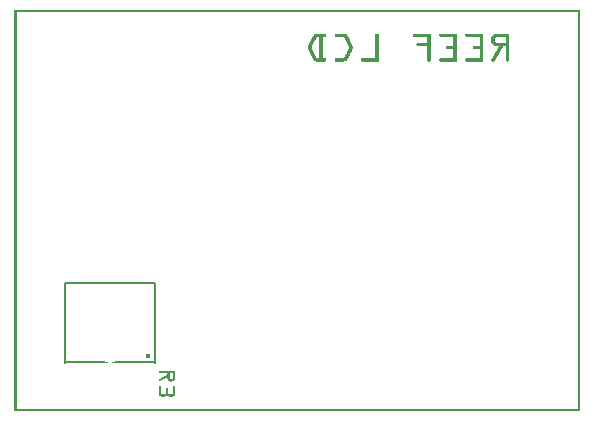
<source format=gbo>
G04 MADE WITH FRITZING*
G04 WWW.FRITZING.ORG*
G04 DOUBLE SIDED*
G04 HOLES PLATED*
G04 CONTOUR ON CENTER OF CONTOUR VECTOR*
%ASAXBY*%
%FSLAX23Y23*%
%MOIN*%
%OFA0B0*%
%SFA1.0B1.0*%
%ADD10C,0.016661X0.00666142*%
%ADD11C,0.008000*%
%ADD12R,0.001000X0.001000*%
%LNSILK0*%
G90*
G70*
G54D10*
X444Y185D03*
G54D11*
X170Y427D02*
X470Y427D01*
D02*
X470Y427D02*
X470Y163D01*
D02*
X170Y163D02*
X170Y427D01*
G54D12*
X0Y1339D02*
X1885Y1339D01*
X0Y1338D02*
X1885Y1338D01*
X0Y1337D02*
X1885Y1337D01*
X0Y1336D02*
X1885Y1336D01*
X0Y1335D02*
X1885Y1335D01*
X0Y1334D02*
X1885Y1334D01*
X0Y1333D02*
X1885Y1333D01*
X0Y1332D02*
X1885Y1332D01*
X0Y1331D02*
X7Y1331D01*
X1878Y1331D02*
X1885Y1331D01*
X0Y1330D02*
X7Y1330D01*
X1878Y1330D02*
X1885Y1330D01*
X0Y1329D02*
X7Y1329D01*
X1878Y1329D02*
X1885Y1329D01*
X0Y1328D02*
X7Y1328D01*
X1878Y1328D02*
X1885Y1328D01*
X0Y1327D02*
X7Y1327D01*
X1878Y1327D02*
X1885Y1327D01*
X0Y1326D02*
X7Y1326D01*
X1878Y1326D02*
X1885Y1326D01*
X0Y1325D02*
X7Y1325D01*
X1878Y1325D02*
X1885Y1325D01*
X0Y1324D02*
X7Y1324D01*
X1878Y1324D02*
X1885Y1324D01*
X0Y1323D02*
X7Y1323D01*
X1878Y1323D02*
X1885Y1323D01*
X0Y1322D02*
X7Y1322D01*
X1878Y1322D02*
X1885Y1322D01*
X0Y1321D02*
X7Y1321D01*
X1878Y1321D02*
X1885Y1321D01*
X0Y1320D02*
X7Y1320D01*
X1878Y1320D02*
X1885Y1320D01*
X0Y1319D02*
X7Y1319D01*
X1878Y1319D02*
X1885Y1319D01*
X0Y1318D02*
X7Y1318D01*
X1878Y1318D02*
X1885Y1318D01*
X0Y1317D02*
X7Y1317D01*
X1878Y1317D02*
X1885Y1317D01*
X0Y1316D02*
X7Y1316D01*
X1878Y1316D02*
X1885Y1316D01*
X0Y1315D02*
X7Y1315D01*
X1878Y1315D02*
X1885Y1315D01*
X0Y1314D02*
X7Y1314D01*
X1878Y1314D02*
X1885Y1314D01*
X0Y1313D02*
X7Y1313D01*
X1878Y1313D02*
X1885Y1313D01*
X0Y1312D02*
X7Y1312D01*
X1878Y1312D02*
X1885Y1312D01*
X0Y1311D02*
X7Y1311D01*
X1878Y1311D02*
X1885Y1311D01*
X0Y1310D02*
X7Y1310D01*
X1878Y1310D02*
X1885Y1310D01*
X0Y1309D02*
X7Y1309D01*
X1878Y1309D02*
X1885Y1309D01*
X0Y1308D02*
X7Y1308D01*
X1878Y1308D02*
X1885Y1308D01*
X0Y1307D02*
X7Y1307D01*
X1878Y1307D02*
X1885Y1307D01*
X0Y1306D02*
X7Y1306D01*
X1878Y1306D02*
X1885Y1306D01*
X0Y1305D02*
X7Y1305D01*
X1878Y1305D02*
X1885Y1305D01*
X0Y1304D02*
X7Y1304D01*
X1878Y1304D02*
X1885Y1304D01*
X0Y1303D02*
X7Y1303D01*
X1878Y1303D02*
X1885Y1303D01*
X0Y1302D02*
X7Y1302D01*
X1878Y1302D02*
X1885Y1302D01*
X0Y1301D02*
X7Y1301D01*
X1878Y1301D02*
X1885Y1301D01*
X0Y1300D02*
X7Y1300D01*
X1878Y1300D02*
X1885Y1300D01*
X0Y1299D02*
X7Y1299D01*
X1878Y1299D02*
X1885Y1299D01*
X0Y1298D02*
X7Y1298D01*
X1878Y1298D02*
X1885Y1298D01*
X0Y1297D02*
X7Y1297D01*
X1878Y1297D02*
X1885Y1297D01*
X0Y1296D02*
X7Y1296D01*
X1878Y1296D02*
X1885Y1296D01*
X0Y1295D02*
X7Y1295D01*
X1878Y1295D02*
X1885Y1295D01*
X0Y1294D02*
X7Y1294D01*
X1878Y1294D02*
X1885Y1294D01*
X0Y1293D02*
X7Y1293D01*
X1878Y1293D02*
X1885Y1293D01*
X0Y1292D02*
X7Y1292D01*
X1878Y1292D02*
X1885Y1292D01*
X0Y1291D02*
X7Y1291D01*
X1878Y1291D02*
X1885Y1291D01*
X0Y1290D02*
X7Y1290D01*
X1878Y1290D02*
X1885Y1290D01*
X0Y1289D02*
X7Y1289D01*
X1878Y1289D02*
X1885Y1289D01*
X0Y1288D02*
X7Y1288D01*
X1878Y1288D02*
X1885Y1288D01*
X0Y1287D02*
X7Y1287D01*
X1878Y1287D02*
X1885Y1287D01*
X0Y1286D02*
X7Y1286D01*
X1878Y1286D02*
X1885Y1286D01*
X0Y1285D02*
X7Y1285D01*
X1878Y1285D02*
X1885Y1285D01*
X0Y1284D02*
X7Y1284D01*
X1878Y1284D02*
X1885Y1284D01*
X0Y1283D02*
X7Y1283D01*
X1878Y1283D02*
X1885Y1283D01*
X0Y1282D02*
X7Y1282D01*
X1878Y1282D02*
X1885Y1282D01*
X0Y1281D02*
X7Y1281D01*
X1878Y1281D02*
X1885Y1281D01*
X0Y1280D02*
X7Y1280D01*
X1878Y1280D02*
X1885Y1280D01*
X0Y1279D02*
X7Y1279D01*
X1878Y1279D02*
X1885Y1279D01*
X0Y1278D02*
X7Y1278D01*
X1878Y1278D02*
X1885Y1278D01*
X0Y1277D02*
X7Y1277D01*
X1878Y1277D02*
X1885Y1277D01*
X0Y1276D02*
X7Y1276D01*
X1878Y1276D02*
X1885Y1276D01*
X0Y1275D02*
X7Y1275D01*
X1878Y1275D02*
X1885Y1275D01*
X0Y1274D02*
X7Y1274D01*
X1878Y1274D02*
X1885Y1274D01*
X0Y1273D02*
X7Y1273D01*
X1878Y1273D02*
X1885Y1273D01*
X0Y1272D02*
X7Y1272D01*
X1878Y1272D02*
X1885Y1272D01*
X0Y1271D02*
X7Y1271D01*
X1878Y1271D02*
X1885Y1271D01*
X0Y1270D02*
X7Y1270D01*
X1878Y1270D02*
X1885Y1270D01*
X0Y1269D02*
X7Y1269D01*
X1878Y1269D02*
X1885Y1269D01*
X0Y1268D02*
X7Y1268D01*
X1878Y1268D02*
X1885Y1268D01*
X0Y1267D02*
X7Y1267D01*
X1878Y1267D02*
X1885Y1267D01*
X0Y1266D02*
X7Y1266D01*
X1878Y1266D02*
X1885Y1266D01*
X0Y1265D02*
X7Y1265D01*
X1878Y1265D02*
X1885Y1265D01*
X0Y1264D02*
X7Y1264D01*
X1878Y1264D02*
X1885Y1264D01*
X0Y1263D02*
X7Y1263D01*
X1878Y1263D02*
X1885Y1263D01*
X0Y1262D02*
X7Y1262D01*
X1878Y1262D02*
X1885Y1262D01*
X0Y1261D02*
X7Y1261D01*
X1878Y1261D02*
X1885Y1261D01*
X0Y1260D02*
X7Y1260D01*
X1878Y1260D02*
X1885Y1260D01*
X0Y1259D02*
X7Y1259D01*
X1007Y1259D02*
X1037Y1259D01*
X1071Y1259D02*
X1101Y1259D01*
X1206Y1259D02*
X1211Y1259D01*
X1332Y1259D02*
X1388Y1259D01*
X1419Y1259D02*
X1476Y1259D01*
X1507Y1259D02*
X1563Y1259D01*
X1604Y1259D02*
X1650Y1259D01*
X1878Y1259D02*
X1885Y1259D01*
X0Y1258D02*
X7Y1258D01*
X1004Y1258D02*
X1038Y1258D01*
X1069Y1258D02*
X1103Y1258D01*
X1205Y1258D02*
X1212Y1258D01*
X1331Y1258D02*
X1388Y1258D01*
X1418Y1258D02*
X1476Y1258D01*
X1505Y1258D02*
X1563Y1258D01*
X1601Y1258D02*
X1650Y1258D01*
X1878Y1258D02*
X1885Y1258D01*
X0Y1257D02*
X7Y1257D01*
X1002Y1257D02*
X1039Y1257D01*
X1069Y1257D02*
X1105Y1257D01*
X1204Y1257D02*
X1213Y1257D01*
X1330Y1257D02*
X1388Y1257D01*
X1417Y1257D02*
X1476Y1257D01*
X1505Y1257D02*
X1563Y1257D01*
X1599Y1257D02*
X1650Y1257D01*
X1878Y1257D02*
X1885Y1257D01*
X0Y1256D02*
X7Y1256D01*
X1001Y1256D02*
X1039Y1256D01*
X1068Y1256D02*
X1107Y1256D01*
X1203Y1256D02*
X1214Y1256D01*
X1330Y1256D02*
X1388Y1256D01*
X1417Y1256D02*
X1476Y1256D01*
X1504Y1256D02*
X1563Y1256D01*
X1598Y1256D02*
X1650Y1256D01*
X1878Y1256D02*
X1885Y1256D01*
X0Y1255D02*
X7Y1255D01*
X1000Y1255D02*
X1039Y1255D01*
X1068Y1255D02*
X1108Y1255D01*
X1203Y1255D02*
X1214Y1255D01*
X1329Y1255D02*
X1388Y1255D01*
X1416Y1255D02*
X1476Y1255D01*
X1504Y1255D02*
X1563Y1255D01*
X1597Y1255D02*
X1650Y1255D01*
X1878Y1255D02*
X1885Y1255D01*
X0Y1254D02*
X7Y1254D01*
X999Y1254D02*
X1040Y1254D01*
X1068Y1254D02*
X1109Y1254D01*
X1203Y1254D02*
X1214Y1254D01*
X1329Y1254D02*
X1388Y1254D01*
X1416Y1254D02*
X1476Y1254D01*
X1503Y1254D02*
X1563Y1254D01*
X1596Y1254D02*
X1650Y1254D01*
X1878Y1254D02*
X1885Y1254D01*
X0Y1253D02*
X7Y1253D01*
X998Y1253D02*
X1040Y1253D01*
X1068Y1253D02*
X1110Y1253D01*
X1203Y1253D02*
X1214Y1253D01*
X1329Y1253D02*
X1388Y1253D01*
X1416Y1253D02*
X1476Y1253D01*
X1504Y1253D02*
X1563Y1253D01*
X1595Y1253D02*
X1650Y1253D01*
X1878Y1253D02*
X1885Y1253D01*
X0Y1252D02*
X7Y1252D01*
X997Y1252D02*
X1039Y1252D01*
X1068Y1252D02*
X1110Y1252D01*
X1203Y1252D02*
X1214Y1252D01*
X1329Y1252D02*
X1388Y1252D01*
X1417Y1252D02*
X1476Y1252D01*
X1504Y1252D02*
X1563Y1252D01*
X1594Y1252D02*
X1650Y1252D01*
X1878Y1252D02*
X1885Y1252D01*
X0Y1251D02*
X7Y1251D01*
X996Y1251D02*
X1039Y1251D01*
X1068Y1251D02*
X1111Y1251D01*
X1203Y1251D02*
X1214Y1251D01*
X1330Y1251D02*
X1388Y1251D01*
X1417Y1251D02*
X1476Y1251D01*
X1504Y1251D02*
X1563Y1251D01*
X1593Y1251D02*
X1650Y1251D01*
X1878Y1251D02*
X1885Y1251D01*
X0Y1250D02*
X7Y1250D01*
X996Y1250D02*
X1038Y1250D01*
X1069Y1250D02*
X1112Y1250D01*
X1203Y1250D02*
X1214Y1250D01*
X1331Y1250D02*
X1388Y1250D01*
X1418Y1250D02*
X1476Y1250D01*
X1505Y1250D02*
X1563Y1250D01*
X1593Y1250D02*
X1650Y1250D01*
X1878Y1250D02*
X1885Y1250D01*
X0Y1249D02*
X7Y1249D01*
X995Y1249D02*
X1037Y1249D01*
X1070Y1249D02*
X1112Y1249D01*
X1203Y1249D02*
X1214Y1249D01*
X1332Y1249D02*
X1388Y1249D01*
X1419Y1249D02*
X1476Y1249D01*
X1506Y1249D02*
X1563Y1249D01*
X1592Y1249D02*
X1650Y1249D01*
X1878Y1249D02*
X1885Y1249D01*
X0Y1248D02*
X7Y1248D01*
X995Y1248D02*
X1036Y1248D01*
X1072Y1248D02*
X1113Y1248D01*
X1203Y1248D02*
X1214Y1248D01*
X1333Y1248D02*
X1388Y1248D01*
X1420Y1248D02*
X1476Y1248D01*
X1508Y1248D02*
X1563Y1248D01*
X1592Y1248D02*
X1650Y1248D01*
X1878Y1248D02*
X1885Y1248D01*
X0Y1247D02*
X7Y1247D01*
X994Y1247D02*
X1008Y1247D01*
X1016Y1247D02*
X1028Y1247D01*
X1099Y1247D02*
X1113Y1247D01*
X1203Y1247D02*
X1214Y1247D01*
X1377Y1247D02*
X1388Y1247D01*
X1464Y1247D02*
X1476Y1247D01*
X1552Y1247D02*
X1563Y1247D01*
X1592Y1247D02*
X1606Y1247D01*
X1639Y1247D02*
X1650Y1247D01*
X1878Y1247D02*
X1885Y1247D01*
X0Y1246D02*
X7Y1246D01*
X994Y1246D02*
X1007Y1246D01*
X1016Y1246D02*
X1028Y1246D01*
X1100Y1246D02*
X1114Y1246D01*
X1203Y1246D02*
X1214Y1246D01*
X1377Y1246D02*
X1388Y1246D01*
X1464Y1246D02*
X1476Y1246D01*
X1552Y1246D02*
X1563Y1246D01*
X1591Y1246D02*
X1604Y1246D01*
X1639Y1246D02*
X1650Y1246D01*
X1878Y1246D02*
X1885Y1246D01*
X0Y1245D02*
X7Y1245D01*
X993Y1245D02*
X1006Y1245D01*
X1016Y1245D02*
X1028Y1245D01*
X1101Y1245D02*
X1114Y1245D01*
X1203Y1245D02*
X1214Y1245D01*
X1377Y1245D02*
X1388Y1245D01*
X1464Y1245D02*
X1476Y1245D01*
X1552Y1245D02*
X1563Y1245D01*
X1591Y1245D02*
X1603Y1245D01*
X1639Y1245D02*
X1650Y1245D01*
X1878Y1245D02*
X1885Y1245D01*
X0Y1244D02*
X7Y1244D01*
X993Y1244D02*
X1006Y1244D01*
X1016Y1244D02*
X1028Y1244D01*
X1102Y1244D02*
X1115Y1244D01*
X1203Y1244D02*
X1214Y1244D01*
X1377Y1244D02*
X1388Y1244D01*
X1464Y1244D02*
X1476Y1244D01*
X1552Y1244D02*
X1563Y1244D01*
X1591Y1244D02*
X1603Y1244D01*
X1639Y1244D02*
X1650Y1244D01*
X1878Y1244D02*
X1885Y1244D01*
X0Y1243D02*
X7Y1243D01*
X992Y1243D02*
X1005Y1243D01*
X1016Y1243D02*
X1028Y1243D01*
X1102Y1243D02*
X1115Y1243D01*
X1203Y1243D02*
X1214Y1243D01*
X1377Y1243D02*
X1388Y1243D01*
X1464Y1243D02*
X1476Y1243D01*
X1552Y1243D02*
X1563Y1243D01*
X1591Y1243D02*
X1602Y1243D01*
X1639Y1243D02*
X1650Y1243D01*
X1878Y1243D02*
X1885Y1243D01*
X0Y1242D02*
X7Y1242D01*
X992Y1242D02*
X1005Y1242D01*
X1016Y1242D02*
X1028Y1242D01*
X1103Y1242D02*
X1116Y1242D01*
X1203Y1242D02*
X1214Y1242D01*
X1377Y1242D02*
X1388Y1242D01*
X1464Y1242D02*
X1476Y1242D01*
X1552Y1242D02*
X1563Y1242D01*
X1591Y1242D02*
X1602Y1242D01*
X1639Y1242D02*
X1650Y1242D01*
X1878Y1242D02*
X1885Y1242D01*
X0Y1241D02*
X7Y1241D01*
X991Y1241D02*
X1004Y1241D01*
X1016Y1241D02*
X1028Y1241D01*
X1103Y1241D02*
X1116Y1241D01*
X1203Y1241D02*
X1214Y1241D01*
X1377Y1241D02*
X1388Y1241D01*
X1464Y1241D02*
X1476Y1241D01*
X1552Y1241D02*
X1563Y1241D01*
X1591Y1241D02*
X1602Y1241D01*
X1639Y1241D02*
X1650Y1241D01*
X1878Y1241D02*
X1885Y1241D01*
X0Y1240D02*
X7Y1240D01*
X991Y1240D02*
X1004Y1240D01*
X1016Y1240D02*
X1028Y1240D01*
X1104Y1240D02*
X1117Y1240D01*
X1203Y1240D02*
X1214Y1240D01*
X1377Y1240D02*
X1388Y1240D01*
X1464Y1240D02*
X1476Y1240D01*
X1552Y1240D02*
X1563Y1240D01*
X1591Y1240D02*
X1602Y1240D01*
X1639Y1240D02*
X1650Y1240D01*
X1878Y1240D02*
X1885Y1240D01*
X0Y1239D02*
X7Y1239D01*
X990Y1239D02*
X1003Y1239D01*
X1016Y1239D02*
X1028Y1239D01*
X1104Y1239D02*
X1117Y1239D01*
X1203Y1239D02*
X1214Y1239D01*
X1377Y1239D02*
X1388Y1239D01*
X1464Y1239D02*
X1476Y1239D01*
X1552Y1239D02*
X1563Y1239D01*
X1591Y1239D02*
X1602Y1239D01*
X1639Y1239D02*
X1650Y1239D01*
X1878Y1239D02*
X1885Y1239D01*
X0Y1238D02*
X7Y1238D01*
X990Y1238D02*
X1003Y1238D01*
X1016Y1238D02*
X1028Y1238D01*
X1105Y1238D02*
X1118Y1238D01*
X1203Y1238D02*
X1214Y1238D01*
X1377Y1238D02*
X1388Y1238D01*
X1464Y1238D02*
X1476Y1238D01*
X1552Y1238D02*
X1563Y1238D01*
X1591Y1238D02*
X1602Y1238D01*
X1639Y1238D02*
X1650Y1238D01*
X1878Y1238D02*
X1885Y1238D01*
X0Y1237D02*
X7Y1237D01*
X989Y1237D02*
X1002Y1237D01*
X1016Y1237D02*
X1028Y1237D01*
X1105Y1237D02*
X1118Y1237D01*
X1203Y1237D02*
X1214Y1237D01*
X1377Y1237D02*
X1388Y1237D01*
X1464Y1237D02*
X1476Y1237D01*
X1552Y1237D02*
X1563Y1237D01*
X1591Y1237D02*
X1602Y1237D01*
X1639Y1237D02*
X1650Y1237D01*
X1878Y1237D02*
X1885Y1237D01*
X0Y1236D02*
X7Y1236D01*
X989Y1236D02*
X1002Y1236D01*
X1016Y1236D02*
X1028Y1236D01*
X1106Y1236D02*
X1119Y1236D01*
X1203Y1236D02*
X1214Y1236D01*
X1377Y1236D02*
X1388Y1236D01*
X1464Y1236D02*
X1476Y1236D01*
X1552Y1236D02*
X1563Y1236D01*
X1591Y1236D02*
X1602Y1236D01*
X1639Y1236D02*
X1650Y1236D01*
X1878Y1236D02*
X1885Y1236D01*
X0Y1235D02*
X7Y1235D01*
X988Y1235D02*
X1001Y1235D01*
X1016Y1235D02*
X1028Y1235D01*
X1106Y1235D02*
X1119Y1235D01*
X1203Y1235D02*
X1214Y1235D01*
X1377Y1235D02*
X1388Y1235D01*
X1464Y1235D02*
X1476Y1235D01*
X1552Y1235D02*
X1563Y1235D01*
X1591Y1235D02*
X1602Y1235D01*
X1639Y1235D02*
X1650Y1235D01*
X1878Y1235D02*
X1885Y1235D01*
X0Y1234D02*
X7Y1234D01*
X988Y1234D02*
X1001Y1234D01*
X1016Y1234D02*
X1028Y1234D01*
X1107Y1234D02*
X1120Y1234D01*
X1203Y1234D02*
X1214Y1234D01*
X1377Y1234D02*
X1388Y1234D01*
X1464Y1234D02*
X1476Y1234D01*
X1552Y1234D02*
X1563Y1234D01*
X1591Y1234D02*
X1602Y1234D01*
X1639Y1234D02*
X1650Y1234D01*
X1878Y1234D02*
X1885Y1234D01*
X0Y1233D02*
X7Y1233D01*
X987Y1233D02*
X1000Y1233D01*
X1016Y1233D02*
X1028Y1233D01*
X1107Y1233D02*
X1120Y1233D01*
X1203Y1233D02*
X1214Y1233D01*
X1377Y1233D02*
X1388Y1233D01*
X1464Y1233D02*
X1476Y1233D01*
X1552Y1233D02*
X1563Y1233D01*
X1591Y1233D02*
X1602Y1233D01*
X1639Y1233D02*
X1650Y1233D01*
X1878Y1233D02*
X1885Y1233D01*
X0Y1232D02*
X7Y1232D01*
X987Y1232D02*
X999Y1232D01*
X1016Y1232D02*
X1028Y1232D01*
X1108Y1232D02*
X1120Y1232D01*
X1203Y1232D02*
X1214Y1232D01*
X1377Y1232D02*
X1388Y1232D01*
X1464Y1232D02*
X1476Y1232D01*
X1552Y1232D02*
X1563Y1232D01*
X1591Y1232D02*
X1603Y1232D01*
X1639Y1232D02*
X1650Y1232D01*
X1878Y1232D02*
X1885Y1232D01*
X0Y1231D02*
X7Y1231D01*
X986Y1231D02*
X999Y1231D01*
X1016Y1231D02*
X1028Y1231D01*
X1108Y1231D02*
X1121Y1231D01*
X1203Y1231D02*
X1214Y1231D01*
X1377Y1231D02*
X1388Y1231D01*
X1464Y1231D02*
X1476Y1231D01*
X1552Y1231D02*
X1563Y1231D01*
X1591Y1231D02*
X1604Y1231D01*
X1639Y1231D02*
X1650Y1231D01*
X1878Y1231D02*
X1885Y1231D01*
X0Y1230D02*
X7Y1230D01*
X986Y1230D02*
X998Y1230D01*
X1016Y1230D02*
X1028Y1230D01*
X1109Y1230D02*
X1121Y1230D01*
X1203Y1230D02*
X1214Y1230D01*
X1377Y1230D02*
X1388Y1230D01*
X1464Y1230D02*
X1476Y1230D01*
X1552Y1230D02*
X1563Y1230D01*
X1591Y1230D02*
X1605Y1230D01*
X1639Y1230D02*
X1650Y1230D01*
X1878Y1230D02*
X1885Y1230D01*
X0Y1229D02*
X7Y1229D01*
X985Y1229D02*
X998Y1229D01*
X1016Y1229D02*
X1028Y1229D01*
X1109Y1229D02*
X1122Y1229D01*
X1203Y1229D02*
X1214Y1229D01*
X1348Y1229D02*
X1388Y1229D01*
X1464Y1229D02*
X1476Y1229D01*
X1552Y1229D02*
X1563Y1229D01*
X1592Y1229D02*
X1650Y1229D01*
X1878Y1229D02*
X1885Y1229D01*
X0Y1228D02*
X7Y1228D01*
X985Y1228D02*
X997Y1228D01*
X1016Y1228D02*
X1028Y1228D01*
X1110Y1228D02*
X1122Y1228D01*
X1203Y1228D02*
X1214Y1228D01*
X1344Y1228D02*
X1388Y1228D01*
X1464Y1228D02*
X1476Y1228D01*
X1552Y1228D02*
X1563Y1228D01*
X1592Y1228D02*
X1650Y1228D01*
X1878Y1228D02*
X1885Y1228D01*
X0Y1227D02*
X7Y1227D01*
X984Y1227D02*
X997Y1227D01*
X1016Y1227D02*
X1028Y1227D01*
X1110Y1227D02*
X1123Y1227D01*
X1203Y1227D02*
X1214Y1227D01*
X1343Y1227D02*
X1388Y1227D01*
X1464Y1227D02*
X1476Y1227D01*
X1552Y1227D02*
X1563Y1227D01*
X1593Y1227D02*
X1650Y1227D01*
X1878Y1227D02*
X1885Y1227D01*
X0Y1226D02*
X7Y1226D01*
X984Y1226D02*
X996Y1226D01*
X1016Y1226D02*
X1028Y1226D01*
X1111Y1226D02*
X1123Y1226D01*
X1203Y1226D02*
X1214Y1226D01*
X1342Y1226D02*
X1388Y1226D01*
X1464Y1226D02*
X1476Y1226D01*
X1552Y1226D02*
X1563Y1226D01*
X1593Y1226D02*
X1650Y1226D01*
X1878Y1226D02*
X1885Y1226D01*
X0Y1225D02*
X7Y1225D01*
X983Y1225D02*
X996Y1225D01*
X1016Y1225D02*
X1028Y1225D01*
X1111Y1225D02*
X1124Y1225D01*
X1203Y1225D02*
X1214Y1225D01*
X1342Y1225D02*
X1388Y1225D01*
X1464Y1225D02*
X1476Y1225D01*
X1552Y1225D02*
X1563Y1225D01*
X1594Y1225D02*
X1650Y1225D01*
X1878Y1225D02*
X1885Y1225D01*
X0Y1224D02*
X7Y1224D01*
X983Y1224D02*
X995Y1224D01*
X1016Y1224D02*
X1028Y1224D01*
X1112Y1224D02*
X1124Y1224D01*
X1203Y1224D02*
X1214Y1224D01*
X1341Y1224D02*
X1388Y1224D01*
X1464Y1224D02*
X1476Y1224D01*
X1552Y1224D02*
X1563Y1224D01*
X1595Y1224D02*
X1650Y1224D01*
X1878Y1224D02*
X1885Y1224D01*
X0Y1223D02*
X7Y1223D01*
X982Y1223D02*
X995Y1223D01*
X1016Y1223D02*
X1028Y1223D01*
X1112Y1223D02*
X1125Y1223D01*
X1203Y1223D02*
X1214Y1223D01*
X1341Y1223D02*
X1388Y1223D01*
X1464Y1223D02*
X1476Y1223D01*
X1552Y1223D02*
X1563Y1223D01*
X1596Y1223D02*
X1650Y1223D01*
X1878Y1223D02*
X1885Y1223D01*
X0Y1222D02*
X7Y1222D01*
X982Y1222D02*
X994Y1222D01*
X1016Y1222D02*
X1028Y1222D01*
X1113Y1222D02*
X1125Y1222D01*
X1203Y1222D02*
X1214Y1222D01*
X1341Y1222D02*
X1388Y1222D01*
X1464Y1222D02*
X1476Y1222D01*
X1552Y1222D02*
X1563Y1222D01*
X1596Y1222D02*
X1650Y1222D01*
X1878Y1222D02*
X1885Y1222D01*
X0Y1221D02*
X7Y1221D01*
X982Y1221D02*
X994Y1221D01*
X1016Y1221D02*
X1028Y1221D01*
X1113Y1221D02*
X1125Y1221D01*
X1203Y1221D02*
X1214Y1221D01*
X1342Y1221D02*
X1388Y1221D01*
X1464Y1221D02*
X1476Y1221D01*
X1552Y1221D02*
X1563Y1221D01*
X1598Y1221D02*
X1650Y1221D01*
X1878Y1221D02*
X1885Y1221D01*
X0Y1220D02*
X7Y1220D01*
X981Y1220D02*
X993Y1220D01*
X1016Y1220D02*
X1028Y1220D01*
X1114Y1220D02*
X1126Y1220D01*
X1203Y1220D02*
X1214Y1220D01*
X1342Y1220D02*
X1388Y1220D01*
X1464Y1220D02*
X1476Y1220D01*
X1552Y1220D02*
X1563Y1220D01*
X1599Y1220D02*
X1650Y1220D01*
X1878Y1220D02*
X1885Y1220D01*
X0Y1219D02*
X7Y1219D01*
X981Y1219D02*
X993Y1219D01*
X1016Y1219D02*
X1028Y1219D01*
X1114Y1219D02*
X1126Y1219D01*
X1203Y1219D02*
X1214Y1219D01*
X1343Y1219D02*
X1388Y1219D01*
X1464Y1219D02*
X1476Y1219D01*
X1551Y1219D02*
X1563Y1219D01*
X1601Y1219D02*
X1650Y1219D01*
X1878Y1219D02*
X1885Y1219D01*
X0Y1218D02*
X7Y1218D01*
X981Y1218D02*
X993Y1218D01*
X1016Y1218D02*
X1028Y1218D01*
X1115Y1218D02*
X1126Y1218D01*
X1203Y1218D02*
X1214Y1218D01*
X1344Y1218D02*
X1388Y1218D01*
X1444Y1218D02*
X1476Y1218D01*
X1531Y1218D02*
X1563Y1218D01*
X1603Y1218D02*
X1650Y1218D01*
X1878Y1218D02*
X1885Y1218D01*
X0Y1217D02*
X7Y1217D01*
X981Y1217D02*
X992Y1217D01*
X1016Y1217D02*
X1028Y1217D01*
X1115Y1217D02*
X1126Y1217D01*
X1203Y1217D02*
X1214Y1217D01*
X1346Y1217D02*
X1388Y1217D01*
X1442Y1217D02*
X1476Y1217D01*
X1529Y1217D02*
X1563Y1217D01*
X1607Y1217D02*
X1650Y1217D01*
X1878Y1217D02*
X1885Y1217D01*
X0Y1216D02*
X7Y1216D01*
X981Y1216D02*
X992Y1216D01*
X1016Y1216D02*
X1028Y1216D01*
X1115Y1216D02*
X1127Y1216D01*
X1203Y1216D02*
X1214Y1216D01*
X1377Y1216D02*
X1388Y1216D01*
X1441Y1216D02*
X1476Y1216D01*
X1529Y1216D02*
X1563Y1216D01*
X1616Y1216D02*
X1629Y1216D01*
X1639Y1216D02*
X1650Y1216D01*
X1878Y1216D02*
X1885Y1216D01*
X0Y1215D02*
X7Y1215D01*
X980Y1215D02*
X992Y1215D01*
X1016Y1215D02*
X1028Y1215D01*
X1115Y1215D02*
X1127Y1215D01*
X1203Y1215D02*
X1214Y1215D01*
X1377Y1215D02*
X1388Y1215D01*
X1441Y1215D02*
X1476Y1215D01*
X1528Y1215D02*
X1563Y1215D01*
X1615Y1215D02*
X1628Y1215D01*
X1639Y1215D02*
X1650Y1215D01*
X1878Y1215D02*
X1885Y1215D01*
X0Y1214D02*
X7Y1214D01*
X980Y1214D02*
X992Y1214D01*
X1016Y1214D02*
X1028Y1214D01*
X1115Y1214D02*
X1127Y1214D01*
X1203Y1214D02*
X1214Y1214D01*
X1377Y1214D02*
X1388Y1214D01*
X1441Y1214D02*
X1476Y1214D01*
X1528Y1214D02*
X1563Y1214D01*
X1614Y1214D02*
X1628Y1214D01*
X1639Y1214D02*
X1650Y1214D01*
X1878Y1214D02*
X1885Y1214D01*
X0Y1213D02*
X7Y1213D01*
X980Y1213D02*
X992Y1213D01*
X1016Y1213D02*
X1028Y1213D01*
X1116Y1213D02*
X1127Y1213D01*
X1203Y1213D02*
X1214Y1213D01*
X1377Y1213D02*
X1388Y1213D01*
X1440Y1213D02*
X1476Y1213D01*
X1528Y1213D02*
X1563Y1213D01*
X1614Y1213D02*
X1627Y1213D01*
X1639Y1213D02*
X1650Y1213D01*
X1878Y1213D02*
X1885Y1213D01*
X0Y1212D02*
X7Y1212D01*
X980Y1212D02*
X992Y1212D01*
X1016Y1212D02*
X1028Y1212D01*
X1116Y1212D02*
X1127Y1212D01*
X1203Y1212D02*
X1214Y1212D01*
X1377Y1212D02*
X1388Y1212D01*
X1440Y1212D02*
X1476Y1212D01*
X1528Y1212D02*
X1563Y1212D01*
X1613Y1212D02*
X1627Y1212D01*
X1639Y1212D02*
X1650Y1212D01*
X1878Y1212D02*
X1885Y1212D01*
X0Y1211D02*
X7Y1211D01*
X980Y1211D02*
X992Y1211D01*
X1016Y1211D02*
X1028Y1211D01*
X1115Y1211D02*
X1127Y1211D01*
X1203Y1211D02*
X1214Y1211D01*
X1377Y1211D02*
X1388Y1211D01*
X1441Y1211D02*
X1476Y1211D01*
X1528Y1211D02*
X1563Y1211D01*
X1613Y1211D02*
X1626Y1211D01*
X1639Y1211D02*
X1650Y1211D01*
X1878Y1211D02*
X1885Y1211D01*
X0Y1210D02*
X7Y1210D01*
X980Y1210D02*
X992Y1210D01*
X1016Y1210D02*
X1028Y1210D01*
X1115Y1210D02*
X1127Y1210D01*
X1203Y1210D02*
X1214Y1210D01*
X1377Y1210D02*
X1388Y1210D01*
X1441Y1210D02*
X1476Y1210D01*
X1528Y1210D02*
X1563Y1210D01*
X1612Y1210D02*
X1625Y1210D01*
X1639Y1210D02*
X1650Y1210D01*
X1878Y1210D02*
X1885Y1210D01*
X0Y1209D02*
X7Y1209D01*
X981Y1209D02*
X992Y1209D01*
X1016Y1209D02*
X1028Y1209D01*
X1115Y1209D02*
X1127Y1209D01*
X1203Y1209D02*
X1214Y1209D01*
X1377Y1209D02*
X1388Y1209D01*
X1442Y1209D02*
X1476Y1209D01*
X1529Y1209D02*
X1563Y1209D01*
X1612Y1209D02*
X1625Y1209D01*
X1639Y1209D02*
X1650Y1209D01*
X1878Y1209D02*
X1885Y1209D01*
X0Y1208D02*
X7Y1208D01*
X981Y1208D02*
X992Y1208D01*
X1016Y1208D02*
X1028Y1208D01*
X1115Y1208D02*
X1126Y1208D01*
X1203Y1208D02*
X1214Y1208D01*
X1377Y1208D02*
X1388Y1208D01*
X1443Y1208D02*
X1476Y1208D01*
X1530Y1208D02*
X1563Y1208D01*
X1611Y1208D02*
X1624Y1208D01*
X1639Y1208D02*
X1650Y1208D01*
X1878Y1208D02*
X1885Y1208D01*
X0Y1207D02*
X7Y1207D01*
X981Y1207D02*
X993Y1207D01*
X1016Y1207D02*
X1028Y1207D01*
X1114Y1207D02*
X1126Y1207D01*
X1203Y1207D02*
X1214Y1207D01*
X1377Y1207D02*
X1388Y1207D01*
X1444Y1207D02*
X1476Y1207D01*
X1532Y1207D02*
X1563Y1207D01*
X1610Y1207D02*
X1624Y1207D01*
X1639Y1207D02*
X1650Y1207D01*
X1878Y1207D02*
X1885Y1207D01*
X0Y1206D02*
X7Y1206D01*
X981Y1206D02*
X993Y1206D01*
X1016Y1206D02*
X1028Y1206D01*
X1114Y1206D02*
X1126Y1206D01*
X1203Y1206D02*
X1214Y1206D01*
X1377Y1206D02*
X1388Y1206D01*
X1464Y1206D02*
X1476Y1206D01*
X1552Y1206D02*
X1563Y1206D01*
X1610Y1206D02*
X1623Y1206D01*
X1639Y1206D02*
X1650Y1206D01*
X1878Y1206D02*
X1885Y1206D01*
X0Y1205D02*
X7Y1205D01*
X981Y1205D02*
X994Y1205D01*
X1016Y1205D02*
X1028Y1205D01*
X1114Y1205D02*
X1126Y1205D01*
X1203Y1205D02*
X1214Y1205D01*
X1377Y1205D02*
X1388Y1205D01*
X1464Y1205D02*
X1476Y1205D01*
X1552Y1205D02*
X1563Y1205D01*
X1609Y1205D02*
X1623Y1205D01*
X1639Y1205D02*
X1650Y1205D01*
X1878Y1205D02*
X1885Y1205D01*
X0Y1204D02*
X7Y1204D01*
X982Y1204D02*
X994Y1204D01*
X1016Y1204D02*
X1028Y1204D01*
X1113Y1204D02*
X1125Y1204D01*
X1203Y1204D02*
X1214Y1204D01*
X1377Y1204D02*
X1388Y1204D01*
X1464Y1204D02*
X1476Y1204D01*
X1552Y1204D02*
X1563Y1204D01*
X1609Y1204D02*
X1622Y1204D01*
X1639Y1204D02*
X1650Y1204D01*
X1878Y1204D02*
X1885Y1204D01*
X0Y1203D02*
X7Y1203D01*
X982Y1203D02*
X995Y1203D01*
X1016Y1203D02*
X1028Y1203D01*
X1113Y1203D02*
X1125Y1203D01*
X1203Y1203D02*
X1214Y1203D01*
X1377Y1203D02*
X1388Y1203D01*
X1464Y1203D02*
X1476Y1203D01*
X1552Y1203D02*
X1563Y1203D01*
X1608Y1203D02*
X1621Y1203D01*
X1639Y1203D02*
X1650Y1203D01*
X1878Y1203D02*
X1885Y1203D01*
X0Y1202D02*
X7Y1202D01*
X983Y1202D02*
X995Y1202D01*
X1016Y1202D02*
X1028Y1202D01*
X1112Y1202D02*
X1125Y1202D01*
X1203Y1202D02*
X1214Y1202D01*
X1377Y1202D02*
X1388Y1202D01*
X1464Y1202D02*
X1476Y1202D01*
X1552Y1202D02*
X1563Y1202D01*
X1607Y1202D02*
X1621Y1202D01*
X1639Y1202D02*
X1650Y1202D01*
X1878Y1202D02*
X1885Y1202D01*
X0Y1201D02*
X7Y1201D01*
X983Y1201D02*
X996Y1201D01*
X1016Y1201D02*
X1028Y1201D01*
X1112Y1201D02*
X1124Y1201D01*
X1203Y1201D02*
X1214Y1201D01*
X1377Y1201D02*
X1388Y1201D01*
X1464Y1201D02*
X1476Y1201D01*
X1552Y1201D02*
X1563Y1201D01*
X1607Y1201D02*
X1620Y1201D01*
X1639Y1201D02*
X1650Y1201D01*
X1878Y1201D02*
X1885Y1201D01*
X0Y1200D02*
X7Y1200D01*
X983Y1200D02*
X996Y1200D01*
X1016Y1200D02*
X1028Y1200D01*
X1111Y1200D02*
X1124Y1200D01*
X1203Y1200D02*
X1214Y1200D01*
X1377Y1200D02*
X1388Y1200D01*
X1464Y1200D02*
X1476Y1200D01*
X1552Y1200D02*
X1563Y1200D01*
X1606Y1200D02*
X1620Y1200D01*
X1639Y1200D02*
X1650Y1200D01*
X1878Y1200D02*
X1885Y1200D01*
X0Y1199D02*
X7Y1199D01*
X984Y1199D02*
X997Y1199D01*
X1016Y1199D02*
X1028Y1199D01*
X1111Y1199D02*
X1123Y1199D01*
X1203Y1199D02*
X1214Y1199D01*
X1377Y1199D02*
X1388Y1199D01*
X1464Y1199D02*
X1476Y1199D01*
X1552Y1199D02*
X1563Y1199D01*
X1606Y1199D02*
X1619Y1199D01*
X1639Y1199D02*
X1650Y1199D01*
X1878Y1199D02*
X1885Y1199D01*
X0Y1198D02*
X7Y1198D01*
X984Y1198D02*
X997Y1198D01*
X1016Y1198D02*
X1028Y1198D01*
X1110Y1198D02*
X1123Y1198D01*
X1203Y1198D02*
X1214Y1198D01*
X1377Y1198D02*
X1388Y1198D01*
X1464Y1198D02*
X1476Y1198D01*
X1552Y1198D02*
X1563Y1198D01*
X1605Y1198D02*
X1618Y1198D01*
X1639Y1198D02*
X1650Y1198D01*
X1878Y1198D02*
X1885Y1198D01*
X0Y1197D02*
X7Y1197D01*
X985Y1197D02*
X998Y1197D01*
X1016Y1197D02*
X1028Y1197D01*
X1110Y1197D02*
X1122Y1197D01*
X1203Y1197D02*
X1214Y1197D01*
X1377Y1197D02*
X1388Y1197D01*
X1464Y1197D02*
X1476Y1197D01*
X1552Y1197D02*
X1563Y1197D01*
X1605Y1197D02*
X1618Y1197D01*
X1639Y1197D02*
X1650Y1197D01*
X1878Y1197D02*
X1885Y1197D01*
X0Y1196D02*
X7Y1196D01*
X985Y1196D02*
X998Y1196D01*
X1016Y1196D02*
X1028Y1196D01*
X1109Y1196D02*
X1122Y1196D01*
X1203Y1196D02*
X1214Y1196D01*
X1377Y1196D02*
X1388Y1196D01*
X1464Y1196D02*
X1476Y1196D01*
X1552Y1196D02*
X1563Y1196D01*
X1604Y1196D02*
X1617Y1196D01*
X1639Y1196D02*
X1650Y1196D01*
X1878Y1196D02*
X1885Y1196D01*
X0Y1195D02*
X7Y1195D01*
X986Y1195D02*
X999Y1195D01*
X1016Y1195D02*
X1028Y1195D01*
X1109Y1195D02*
X1121Y1195D01*
X1203Y1195D02*
X1214Y1195D01*
X1377Y1195D02*
X1388Y1195D01*
X1464Y1195D02*
X1476Y1195D01*
X1552Y1195D02*
X1563Y1195D01*
X1603Y1195D02*
X1617Y1195D01*
X1639Y1195D02*
X1650Y1195D01*
X1878Y1195D02*
X1885Y1195D01*
X0Y1194D02*
X7Y1194D01*
X986Y1194D02*
X999Y1194D01*
X1016Y1194D02*
X1028Y1194D01*
X1108Y1194D02*
X1121Y1194D01*
X1203Y1194D02*
X1214Y1194D01*
X1377Y1194D02*
X1388Y1194D01*
X1464Y1194D02*
X1476Y1194D01*
X1552Y1194D02*
X1563Y1194D01*
X1603Y1194D02*
X1616Y1194D01*
X1639Y1194D02*
X1650Y1194D01*
X1878Y1194D02*
X1885Y1194D01*
X0Y1193D02*
X7Y1193D01*
X987Y1193D02*
X1000Y1193D01*
X1016Y1193D02*
X1028Y1193D01*
X1108Y1193D02*
X1120Y1193D01*
X1203Y1193D02*
X1214Y1193D01*
X1377Y1193D02*
X1388Y1193D01*
X1464Y1193D02*
X1476Y1193D01*
X1552Y1193D02*
X1563Y1193D01*
X1602Y1193D02*
X1616Y1193D01*
X1639Y1193D02*
X1650Y1193D01*
X1878Y1193D02*
X1885Y1193D01*
X0Y1192D02*
X7Y1192D01*
X987Y1192D02*
X1000Y1192D01*
X1016Y1192D02*
X1028Y1192D01*
X1107Y1192D02*
X1120Y1192D01*
X1203Y1192D02*
X1214Y1192D01*
X1377Y1192D02*
X1388Y1192D01*
X1464Y1192D02*
X1476Y1192D01*
X1552Y1192D02*
X1563Y1192D01*
X1602Y1192D02*
X1615Y1192D01*
X1639Y1192D02*
X1650Y1192D01*
X1878Y1192D02*
X1885Y1192D01*
X0Y1191D02*
X7Y1191D01*
X988Y1191D02*
X1001Y1191D01*
X1016Y1191D02*
X1028Y1191D01*
X1107Y1191D02*
X1119Y1191D01*
X1203Y1191D02*
X1214Y1191D01*
X1377Y1191D02*
X1388Y1191D01*
X1464Y1191D02*
X1476Y1191D01*
X1552Y1191D02*
X1563Y1191D01*
X1601Y1191D02*
X1614Y1191D01*
X1639Y1191D02*
X1650Y1191D01*
X1878Y1191D02*
X1885Y1191D01*
X0Y1190D02*
X7Y1190D01*
X988Y1190D02*
X1001Y1190D01*
X1016Y1190D02*
X1028Y1190D01*
X1106Y1190D02*
X1119Y1190D01*
X1203Y1190D02*
X1214Y1190D01*
X1377Y1190D02*
X1388Y1190D01*
X1464Y1190D02*
X1476Y1190D01*
X1552Y1190D02*
X1563Y1190D01*
X1600Y1190D02*
X1614Y1190D01*
X1639Y1190D02*
X1650Y1190D01*
X1878Y1190D02*
X1885Y1190D01*
X0Y1189D02*
X7Y1189D01*
X989Y1189D02*
X1002Y1189D01*
X1016Y1189D02*
X1028Y1189D01*
X1106Y1189D02*
X1118Y1189D01*
X1203Y1189D02*
X1214Y1189D01*
X1377Y1189D02*
X1388Y1189D01*
X1464Y1189D02*
X1476Y1189D01*
X1552Y1189D02*
X1563Y1189D01*
X1600Y1189D02*
X1613Y1189D01*
X1639Y1189D02*
X1650Y1189D01*
X1878Y1189D02*
X1885Y1189D01*
X0Y1188D02*
X7Y1188D01*
X989Y1188D02*
X1002Y1188D01*
X1016Y1188D02*
X1028Y1188D01*
X1105Y1188D02*
X1118Y1188D01*
X1203Y1188D02*
X1214Y1188D01*
X1377Y1188D02*
X1388Y1188D01*
X1464Y1188D02*
X1476Y1188D01*
X1552Y1188D02*
X1563Y1188D01*
X1599Y1188D02*
X1613Y1188D01*
X1639Y1188D02*
X1650Y1188D01*
X1878Y1188D02*
X1885Y1188D01*
X0Y1187D02*
X7Y1187D01*
X990Y1187D02*
X1003Y1187D01*
X1016Y1187D02*
X1028Y1187D01*
X1105Y1187D02*
X1117Y1187D01*
X1203Y1187D02*
X1214Y1187D01*
X1377Y1187D02*
X1388Y1187D01*
X1464Y1187D02*
X1476Y1187D01*
X1552Y1187D02*
X1563Y1187D01*
X1599Y1187D02*
X1612Y1187D01*
X1639Y1187D02*
X1650Y1187D01*
X1878Y1187D02*
X1885Y1187D01*
X0Y1186D02*
X7Y1186D01*
X990Y1186D02*
X1003Y1186D01*
X1016Y1186D02*
X1028Y1186D01*
X1104Y1186D02*
X1117Y1186D01*
X1203Y1186D02*
X1214Y1186D01*
X1377Y1186D02*
X1388Y1186D01*
X1464Y1186D02*
X1476Y1186D01*
X1552Y1186D02*
X1563Y1186D01*
X1598Y1186D02*
X1611Y1186D01*
X1639Y1186D02*
X1650Y1186D01*
X1878Y1186D02*
X1885Y1186D01*
X0Y1185D02*
X7Y1185D01*
X991Y1185D02*
X1004Y1185D01*
X1016Y1185D02*
X1028Y1185D01*
X1104Y1185D02*
X1116Y1185D01*
X1203Y1185D02*
X1214Y1185D01*
X1377Y1185D02*
X1388Y1185D01*
X1464Y1185D02*
X1476Y1185D01*
X1552Y1185D02*
X1563Y1185D01*
X1598Y1185D02*
X1611Y1185D01*
X1639Y1185D02*
X1650Y1185D01*
X1878Y1185D02*
X1885Y1185D01*
X0Y1184D02*
X7Y1184D01*
X991Y1184D02*
X1004Y1184D01*
X1016Y1184D02*
X1028Y1184D01*
X1103Y1184D02*
X1116Y1184D01*
X1203Y1184D02*
X1214Y1184D01*
X1377Y1184D02*
X1388Y1184D01*
X1464Y1184D02*
X1476Y1184D01*
X1552Y1184D02*
X1563Y1184D01*
X1597Y1184D02*
X1610Y1184D01*
X1639Y1184D02*
X1650Y1184D01*
X1878Y1184D02*
X1885Y1184D01*
X0Y1183D02*
X7Y1183D01*
X992Y1183D02*
X1005Y1183D01*
X1016Y1183D02*
X1028Y1183D01*
X1103Y1183D02*
X1115Y1183D01*
X1203Y1183D02*
X1214Y1183D01*
X1377Y1183D02*
X1388Y1183D01*
X1464Y1183D02*
X1476Y1183D01*
X1552Y1183D02*
X1563Y1183D01*
X1596Y1183D02*
X1610Y1183D01*
X1639Y1183D02*
X1650Y1183D01*
X1878Y1183D02*
X1885Y1183D01*
X0Y1182D02*
X7Y1182D01*
X992Y1182D02*
X1005Y1182D01*
X1016Y1182D02*
X1028Y1182D01*
X1102Y1182D02*
X1115Y1182D01*
X1203Y1182D02*
X1214Y1182D01*
X1377Y1182D02*
X1388Y1182D01*
X1464Y1182D02*
X1476Y1182D01*
X1552Y1182D02*
X1563Y1182D01*
X1596Y1182D02*
X1609Y1182D01*
X1639Y1182D02*
X1650Y1182D01*
X1878Y1182D02*
X1885Y1182D01*
X0Y1181D02*
X7Y1181D01*
X993Y1181D02*
X1006Y1181D01*
X1016Y1181D02*
X1028Y1181D01*
X1101Y1181D02*
X1114Y1181D01*
X1203Y1181D02*
X1214Y1181D01*
X1377Y1181D02*
X1388Y1181D01*
X1464Y1181D02*
X1476Y1181D01*
X1552Y1181D02*
X1563Y1181D01*
X1595Y1181D02*
X1608Y1181D01*
X1639Y1181D02*
X1650Y1181D01*
X1878Y1181D02*
X1885Y1181D01*
X0Y1180D02*
X7Y1180D01*
X993Y1180D02*
X1006Y1180D01*
X1016Y1180D02*
X1028Y1180D01*
X1101Y1180D02*
X1114Y1180D01*
X1203Y1180D02*
X1214Y1180D01*
X1377Y1180D02*
X1388Y1180D01*
X1464Y1180D02*
X1476Y1180D01*
X1552Y1180D02*
X1563Y1180D01*
X1595Y1180D02*
X1608Y1180D01*
X1639Y1180D02*
X1650Y1180D01*
X1878Y1180D02*
X1885Y1180D01*
X0Y1179D02*
X7Y1179D01*
X994Y1179D02*
X1007Y1179D01*
X1016Y1179D02*
X1028Y1179D01*
X1100Y1179D02*
X1113Y1179D01*
X1203Y1179D02*
X1214Y1179D01*
X1377Y1179D02*
X1388Y1179D01*
X1464Y1179D02*
X1476Y1179D01*
X1552Y1179D02*
X1563Y1179D01*
X1594Y1179D02*
X1607Y1179D01*
X1639Y1179D02*
X1650Y1179D01*
X1878Y1179D02*
X1885Y1179D01*
X0Y1178D02*
X7Y1178D01*
X994Y1178D02*
X1009Y1178D01*
X1016Y1178D02*
X1028Y1178D01*
X1098Y1178D02*
X1113Y1178D01*
X1203Y1178D02*
X1214Y1178D01*
X1377Y1178D02*
X1388Y1178D01*
X1464Y1178D02*
X1476Y1178D01*
X1551Y1178D02*
X1563Y1178D01*
X1593Y1178D02*
X1607Y1178D01*
X1639Y1178D02*
X1650Y1178D01*
X1878Y1178D02*
X1885Y1178D01*
X0Y1177D02*
X7Y1177D01*
X995Y1177D02*
X1036Y1177D01*
X1071Y1177D02*
X1112Y1177D01*
X1158Y1177D02*
X1214Y1177D01*
X1377Y1177D02*
X1388Y1177D01*
X1420Y1177D02*
X1476Y1177D01*
X1507Y1177D02*
X1563Y1177D01*
X1593Y1177D02*
X1606Y1177D01*
X1639Y1177D02*
X1650Y1177D01*
X1878Y1177D02*
X1885Y1177D01*
X0Y1176D02*
X7Y1176D01*
X995Y1176D02*
X1038Y1176D01*
X1070Y1176D02*
X1112Y1176D01*
X1157Y1176D02*
X1214Y1176D01*
X1377Y1176D02*
X1388Y1176D01*
X1418Y1176D02*
X1476Y1176D01*
X1506Y1176D02*
X1563Y1176D01*
X1592Y1176D02*
X1606Y1176D01*
X1639Y1176D02*
X1650Y1176D01*
X1878Y1176D02*
X1885Y1176D01*
X0Y1175D02*
X7Y1175D01*
X996Y1175D02*
X1038Y1175D01*
X1069Y1175D02*
X1111Y1175D01*
X1156Y1175D02*
X1214Y1175D01*
X1377Y1175D02*
X1388Y1175D01*
X1418Y1175D02*
X1476Y1175D01*
X1505Y1175D02*
X1563Y1175D01*
X1592Y1175D02*
X1605Y1175D01*
X1639Y1175D02*
X1650Y1175D01*
X1878Y1175D02*
X1885Y1175D01*
X0Y1174D02*
X7Y1174D01*
X996Y1174D02*
X1039Y1174D01*
X1068Y1174D02*
X1111Y1174D01*
X1155Y1174D02*
X1214Y1174D01*
X1377Y1174D02*
X1388Y1174D01*
X1417Y1174D02*
X1476Y1174D01*
X1504Y1174D02*
X1563Y1174D01*
X1591Y1174D02*
X1604Y1174D01*
X1639Y1174D02*
X1650Y1174D01*
X1878Y1174D02*
X1885Y1174D01*
X0Y1173D02*
X7Y1173D01*
X997Y1173D02*
X1039Y1173D01*
X1068Y1173D02*
X1110Y1173D01*
X1155Y1173D02*
X1214Y1173D01*
X1377Y1173D02*
X1388Y1173D01*
X1416Y1173D02*
X1476Y1173D01*
X1504Y1173D02*
X1563Y1173D01*
X1591Y1173D02*
X1604Y1173D01*
X1639Y1173D02*
X1650Y1173D01*
X1878Y1173D02*
X1885Y1173D01*
X0Y1172D02*
X7Y1172D01*
X998Y1172D02*
X1040Y1172D01*
X1068Y1172D02*
X1109Y1172D01*
X1155Y1172D02*
X1214Y1172D01*
X1377Y1172D02*
X1388Y1172D01*
X1416Y1172D02*
X1476Y1172D01*
X1504Y1172D02*
X1563Y1172D01*
X1591Y1172D02*
X1603Y1172D01*
X1639Y1172D02*
X1650Y1172D01*
X1878Y1172D02*
X1885Y1172D01*
X0Y1171D02*
X7Y1171D01*
X999Y1171D02*
X1040Y1171D01*
X1068Y1171D02*
X1108Y1171D01*
X1155Y1171D02*
X1214Y1171D01*
X1377Y1171D02*
X1388Y1171D01*
X1416Y1171D02*
X1476Y1171D01*
X1504Y1171D02*
X1563Y1171D01*
X1591Y1171D02*
X1603Y1171D01*
X1639Y1171D02*
X1650Y1171D01*
X1878Y1171D02*
X1885Y1171D01*
X0Y1170D02*
X7Y1170D01*
X1000Y1170D02*
X1039Y1170D01*
X1068Y1170D02*
X1107Y1170D01*
X1155Y1170D02*
X1214Y1170D01*
X1377Y1170D02*
X1388Y1170D01*
X1417Y1170D02*
X1476Y1170D01*
X1504Y1170D02*
X1563Y1170D01*
X1591Y1170D02*
X1602Y1170D01*
X1639Y1170D02*
X1650Y1170D01*
X1878Y1170D02*
X1885Y1170D01*
X0Y1169D02*
X7Y1169D01*
X1001Y1169D02*
X1039Y1169D01*
X1068Y1169D02*
X1106Y1169D01*
X1155Y1169D02*
X1214Y1169D01*
X1378Y1169D02*
X1388Y1169D01*
X1417Y1169D02*
X1476Y1169D01*
X1504Y1169D02*
X1563Y1169D01*
X1591Y1169D02*
X1601Y1169D01*
X1639Y1169D02*
X1649Y1169D01*
X1878Y1169D02*
X1885Y1169D01*
X0Y1168D02*
X7Y1168D01*
X1003Y1168D02*
X1038Y1168D01*
X1069Y1168D02*
X1104Y1168D01*
X1156Y1168D02*
X1214Y1168D01*
X1378Y1168D02*
X1387Y1168D01*
X1418Y1168D02*
X1476Y1168D01*
X1505Y1168D02*
X1563Y1168D01*
X1592Y1168D02*
X1601Y1168D01*
X1640Y1168D02*
X1649Y1168D01*
X1878Y1168D02*
X1885Y1168D01*
X0Y1167D02*
X7Y1167D01*
X1004Y1167D02*
X1037Y1167D01*
X1070Y1167D02*
X1102Y1167D01*
X1157Y1167D02*
X1214Y1167D01*
X1379Y1167D02*
X1386Y1167D01*
X1418Y1167D02*
X1476Y1167D01*
X1506Y1167D02*
X1563Y1167D01*
X1593Y1167D02*
X1600Y1167D01*
X1641Y1167D02*
X1648Y1167D01*
X1878Y1167D02*
X1885Y1167D01*
X0Y1166D02*
X7Y1166D01*
X1007Y1166D02*
X1036Y1166D01*
X1071Y1166D02*
X1100Y1166D01*
X1158Y1166D02*
X1214Y1166D01*
X1381Y1166D02*
X1385Y1166D01*
X1420Y1166D02*
X1476Y1166D01*
X1507Y1166D02*
X1563Y1166D01*
X1594Y1166D02*
X1598Y1166D01*
X1642Y1166D02*
X1646Y1166D01*
X1878Y1166D02*
X1885Y1166D01*
X0Y1165D02*
X7Y1165D01*
X1878Y1165D02*
X1885Y1165D01*
X0Y1164D02*
X7Y1164D01*
X1878Y1164D02*
X1885Y1164D01*
X0Y1163D02*
X7Y1163D01*
X1878Y1163D02*
X1885Y1163D01*
X0Y1162D02*
X7Y1162D01*
X1878Y1162D02*
X1885Y1162D01*
X0Y1161D02*
X7Y1161D01*
X1878Y1161D02*
X1885Y1161D01*
X0Y1160D02*
X7Y1160D01*
X1878Y1160D02*
X1885Y1160D01*
X0Y1159D02*
X7Y1159D01*
X1878Y1159D02*
X1885Y1159D01*
X0Y1158D02*
X7Y1158D01*
X1878Y1158D02*
X1885Y1158D01*
X0Y1157D02*
X7Y1157D01*
X1878Y1157D02*
X1885Y1157D01*
X0Y1156D02*
X7Y1156D01*
X1878Y1156D02*
X1885Y1156D01*
X0Y1155D02*
X7Y1155D01*
X1878Y1155D02*
X1885Y1155D01*
X0Y1154D02*
X7Y1154D01*
X1878Y1154D02*
X1885Y1154D01*
X0Y1153D02*
X7Y1153D01*
X1878Y1153D02*
X1885Y1153D01*
X0Y1152D02*
X7Y1152D01*
X1878Y1152D02*
X1885Y1152D01*
X0Y1151D02*
X7Y1151D01*
X1878Y1151D02*
X1885Y1151D01*
X0Y1150D02*
X7Y1150D01*
X1878Y1150D02*
X1885Y1150D01*
X0Y1149D02*
X7Y1149D01*
X1878Y1149D02*
X1885Y1149D01*
X0Y1148D02*
X7Y1148D01*
X1878Y1148D02*
X1885Y1148D01*
X0Y1147D02*
X7Y1147D01*
X1878Y1147D02*
X1885Y1147D01*
X0Y1146D02*
X7Y1146D01*
X1878Y1146D02*
X1885Y1146D01*
X0Y1145D02*
X7Y1145D01*
X1878Y1145D02*
X1885Y1145D01*
X0Y1144D02*
X7Y1144D01*
X1878Y1144D02*
X1885Y1144D01*
X0Y1143D02*
X7Y1143D01*
X1878Y1143D02*
X1885Y1143D01*
X0Y1142D02*
X7Y1142D01*
X1878Y1142D02*
X1885Y1142D01*
X0Y1141D02*
X7Y1141D01*
X1878Y1141D02*
X1885Y1141D01*
X0Y1140D02*
X7Y1140D01*
X1878Y1140D02*
X1885Y1140D01*
X0Y1139D02*
X7Y1139D01*
X1878Y1139D02*
X1885Y1139D01*
X0Y1138D02*
X7Y1138D01*
X1878Y1138D02*
X1885Y1138D01*
X0Y1137D02*
X7Y1137D01*
X1878Y1137D02*
X1885Y1137D01*
X0Y1136D02*
X7Y1136D01*
X1878Y1136D02*
X1885Y1136D01*
X0Y1135D02*
X7Y1135D01*
X1878Y1135D02*
X1885Y1135D01*
X0Y1134D02*
X7Y1134D01*
X1878Y1134D02*
X1885Y1134D01*
X0Y1133D02*
X7Y1133D01*
X1878Y1133D02*
X1885Y1133D01*
X0Y1132D02*
X7Y1132D01*
X1878Y1132D02*
X1885Y1132D01*
X0Y1131D02*
X7Y1131D01*
X1878Y1131D02*
X1885Y1131D01*
X0Y1130D02*
X7Y1130D01*
X1878Y1130D02*
X1885Y1130D01*
X0Y1129D02*
X7Y1129D01*
X1878Y1129D02*
X1885Y1129D01*
X0Y1128D02*
X7Y1128D01*
X1878Y1128D02*
X1885Y1128D01*
X0Y1127D02*
X7Y1127D01*
X1878Y1127D02*
X1885Y1127D01*
X0Y1126D02*
X7Y1126D01*
X1878Y1126D02*
X1885Y1126D01*
X0Y1125D02*
X7Y1125D01*
X1878Y1125D02*
X1885Y1125D01*
X0Y1124D02*
X7Y1124D01*
X1878Y1124D02*
X1885Y1124D01*
X0Y1123D02*
X7Y1123D01*
X1878Y1123D02*
X1885Y1123D01*
X0Y1122D02*
X7Y1122D01*
X1878Y1122D02*
X1885Y1122D01*
X0Y1121D02*
X7Y1121D01*
X1878Y1121D02*
X1885Y1121D01*
X0Y1120D02*
X7Y1120D01*
X1878Y1120D02*
X1885Y1120D01*
X0Y1119D02*
X7Y1119D01*
X1878Y1119D02*
X1885Y1119D01*
X0Y1118D02*
X7Y1118D01*
X1878Y1118D02*
X1885Y1118D01*
X0Y1117D02*
X7Y1117D01*
X1878Y1117D02*
X1885Y1117D01*
X0Y1116D02*
X7Y1116D01*
X1878Y1116D02*
X1885Y1116D01*
X0Y1115D02*
X7Y1115D01*
X1878Y1115D02*
X1885Y1115D01*
X0Y1114D02*
X7Y1114D01*
X1878Y1114D02*
X1885Y1114D01*
X0Y1113D02*
X7Y1113D01*
X1878Y1113D02*
X1885Y1113D01*
X0Y1112D02*
X7Y1112D01*
X1878Y1112D02*
X1885Y1112D01*
X0Y1111D02*
X7Y1111D01*
X1878Y1111D02*
X1885Y1111D01*
X0Y1110D02*
X7Y1110D01*
X1878Y1110D02*
X1885Y1110D01*
X0Y1109D02*
X7Y1109D01*
X1878Y1109D02*
X1885Y1109D01*
X0Y1108D02*
X7Y1108D01*
X1878Y1108D02*
X1885Y1108D01*
X0Y1107D02*
X7Y1107D01*
X1878Y1107D02*
X1885Y1107D01*
X0Y1106D02*
X7Y1106D01*
X1878Y1106D02*
X1885Y1106D01*
X0Y1105D02*
X7Y1105D01*
X1878Y1105D02*
X1885Y1105D01*
X0Y1104D02*
X7Y1104D01*
X1878Y1104D02*
X1885Y1104D01*
X0Y1103D02*
X7Y1103D01*
X1878Y1103D02*
X1885Y1103D01*
X0Y1102D02*
X7Y1102D01*
X1878Y1102D02*
X1885Y1102D01*
X0Y1101D02*
X7Y1101D01*
X1878Y1101D02*
X1885Y1101D01*
X0Y1100D02*
X7Y1100D01*
X1878Y1100D02*
X1885Y1100D01*
X0Y1099D02*
X7Y1099D01*
X1878Y1099D02*
X1885Y1099D01*
X0Y1098D02*
X7Y1098D01*
X1878Y1098D02*
X1885Y1098D01*
X0Y1097D02*
X7Y1097D01*
X1878Y1097D02*
X1885Y1097D01*
X0Y1096D02*
X7Y1096D01*
X1878Y1096D02*
X1885Y1096D01*
X0Y1095D02*
X7Y1095D01*
X1878Y1095D02*
X1885Y1095D01*
X0Y1094D02*
X7Y1094D01*
X1878Y1094D02*
X1885Y1094D01*
X0Y1093D02*
X7Y1093D01*
X1878Y1093D02*
X1885Y1093D01*
X0Y1092D02*
X7Y1092D01*
X1878Y1092D02*
X1885Y1092D01*
X0Y1091D02*
X7Y1091D01*
X1878Y1091D02*
X1885Y1091D01*
X0Y1090D02*
X7Y1090D01*
X1878Y1090D02*
X1885Y1090D01*
X0Y1089D02*
X7Y1089D01*
X1878Y1089D02*
X1885Y1089D01*
X0Y1088D02*
X7Y1088D01*
X1878Y1088D02*
X1885Y1088D01*
X0Y1087D02*
X7Y1087D01*
X1878Y1087D02*
X1885Y1087D01*
X0Y1086D02*
X7Y1086D01*
X1878Y1086D02*
X1885Y1086D01*
X0Y1085D02*
X7Y1085D01*
X1878Y1085D02*
X1885Y1085D01*
X0Y1084D02*
X7Y1084D01*
X1878Y1084D02*
X1885Y1084D01*
X0Y1083D02*
X7Y1083D01*
X1878Y1083D02*
X1885Y1083D01*
X0Y1082D02*
X7Y1082D01*
X1878Y1082D02*
X1885Y1082D01*
X0Y1081D02*
X7Y1081D01*
X1878Y1081D02*
X1885Y1081D01*
X0Y1080D02*
X7Y1080D01*
X1878Y1080D02*
X1885Y1080D01*
X0Y1079D02*
X7Y1079D01*
X1878Y1079D02*
X1885Y1079D01*
X0Y1078D02*
X7Y1078D01*
X1878Y1078D02*
X1885Y1078D01*
X0Y1077D02*
X7Y1077D01*
X1878Y1077D02*
X1885Y1077D01*
X0Y1076D02*
X7Y1076D01*
X1878Y1076D02*
X1885Y1076D01*
X0Y1075D02*
X7Y1075D01*
X1878Y1075D02*
X1885Y1075D01*
X0Y1074D02*
X7Y1074D01*
X1878Y1074D02*
X1885Y1074D01*
X0Y1073D02*
X7Y1073D01*
X1878Y1073D02*
X1885Y1073D01*
X0Y1072D02*
X7Y1072D01*
X1878Y1072D02*
X1885Y1072D01*
X0Y1071D02*
X7Y1071D01*
X1878Y1071D02*
X1885Y1071D01*
X0Y1070D02*
X7Y1070D01*
X1878Y1070D02*
X1885Y1070D01*
X0Y1069D02*
X7Y1069D01*
X1878Y1069D02*
X1885Y1069D01*
X0Y1068D02*
X7Y1068D01*
X1878Y1068D02*
X1885Y1068D01*
X0Y1067D02*
X7Y1067D01*
X1878Y1067D02*
X1885Y1067D01*
X0Y1066D02*
X7Y1066D01*
X1878Y1066D02*
X1885Y1066D01*
X0Y1065D02*
X7Y1065D01*
X1878Y1065D02*
X1885Y1065D01*
X0Y1064D02*
X7Y1064D01*
X1878Y1064D02*
X1885Y1064D01*
X0Y1063D02*
X7Y1063D01*
X1878Y1063D02*
X1885Y1063D01*
X0Y1062D02*
X7Y1062D01*
X1878Y1062D02*
X1885Y1062D01*
X0Y1061D02*
X7Y1061D01*
X1878Y1061D02*
X1885Y1061D01*
X0Y1060D02*
X7Y1060D01*
X1878Y1060D02*
X1885Y1060D01*
X0Y1059D02*
X7Y1059D01*
X1878Y1059D02*
X1885Y1059D01*
X0Y1058D02*
X7Y1058D01*
X1878Y1058D02*
X1885Y1058D01*
X0Y1057D02*
X7Y1057D01*
X1878Y1057D02*
X1885Y1057D01*
X0Y1056D02*
X7Y1056D01*
X1878Y1056D02*
X1885Y1056D01*
X0Y1055D02*
X7Y1055D01*
X1878Y1055D02*
X1885Y1055D01*
X0Y1054D02*
X7Y1054D01*
X1878Y1054D02*
X1885Y1054D01*
X0Y1053D02*
X7Y1053D01*
X1878Y1053D02*
X1885Y1053D01*
X0Y1052D02*
X7Y1052D01*
X1878Y1052D02*
X1885Y1052D01*
X0Y1051D02*
X7Y1051D01*
X1878Y1051D02*
X1885Y1051D01*
X0Y1050D02*
X7Y1050D01*
X1878Y1050D02*
X1885Y1050D01*
X0Y1049D02*
X7Y1049D01*
X1878Y1049D02*
X1885Y1049D01*
X0Y1048D02*
X7Y1048D01*
X1878Y1048D02*
X1885Y1048D01*
X0Y1047D02*
X7Y1047D01*
X1878Y1047D02*
X1885Y1047D01*
X0Y1046D02*
X7Y1046D01*
X1878Y1046D02*
X1885Y1046D01*
X0Y1045D02*
X7Y1045D01*
X1878Y1045D02*
X1885Y1045D01*
X0Y1044D02*
X7Y1044D01*
X1878Y1044D02*
X1885Y1044D01*
X0Y1043D02*
X7Y1043D01*
X1878Y1043D02*
X1885Y1043D01*
X0Y1042D02*
X7Y1042D01*
X1878Y1042D02*
X1885Y1042D01*
X0Y1041D02*
X7Y1041D01*
X1878Y1041D02*
X1885Y1041D01*
X0Y1040D02*
X7Y1040D01*
X1878Y1040D02*
X1885Y1040D01*
X0Y1039D02*
X7Y1039D01*
X1878Y1039D02*
X1885Y1039D01*
X0Y1038D02*
X7Y1038D01*
X1878Y1038D02*
X1885Y1038D01*
X0Y1037D02*
X7Y1037D01*
X1878Y1037D02*
X1885Y1037D01*
X0Y1036D02*
X7Y1036D01*
X1878Y1036D02*
X1885Y1036D01*
X0Y1035D02*
X7Y1035D01*
X1878Y1035D02*
X1885Y1035D01*
X0Y1034D02*
X7Y1034D01*
X1878Y1034D02*
X1885Y1034D01*
X0Y1033D02*
X7Y1033D01*
X1878Y1033D02*
X1885Y1033D01*
X0Y1032D02*
X7Y1032D01*
X1878Y1032D02*
X1885Y1032D01*
X0Y1031D02*
X7Y1031D01*
X1878Y1031D02*
X1885Y1031D01*
X0Y1030D02*
X7Y1030D01*
X1878Y1030D02*
X1885Y1030D01*
X0Y1029D02*
X7Y1029D01*
X1878Y1029D02*
X1885Y1029D01*
X0Y1028D02*
X7Y1028D01*
X1878Y1028D02*
X1885Y1028D01*
X0Y1027D02*
X7Y1027D01*
X1878Y1027D02*
X1885Y1027D01*
X0Y1026D02*
X7Y1026D01*
X1878Y1026D02*
X1885Y1026D01*
X0Y1025D02*
X7Y1025D01*
X1878Y1025D02*
X1885Y1025D01*
X0Y1024D02*
X7Y1024D01*
X1878Y1024D02*
X1885Y1024D01*
X0Y1023D02*
X7Y1023D01*
X1878Y1023D02*
X1885Y1023D01*
X0Y1022D02*
X7Y1022D01*
X1878Y1022D02*
X1885Y1022D01*
X0Y1021D02*
X7Y1021D01*
X1878Y1021D02*
X1885Y1021D01*
X0Y1020D02*
X7Y1020D01*
X1878Y1020D02*
X1885Y1020D01*
X0Y1019D02*
X7Y1019D01*
X1878Y1019D02*
X1885Y1019D01*
X0Y1018D02*
X7Y1018D01*
X1878Y1018D02*
X1885Y1018D01*
X0Y1017D02*
X7Y1017D01*
X1878Y1017D02*
X1885Y1017D01*
X0Y1016D02*
X7Y1016D01*
X1878Y1016D02*
X1885Y1016D01*
X0Y1015D02*
X7Y1015D01*
X1878Y1015D02*
X1885Y1015D01*
X0Y1014D02*
X7Y1014D01*
X1878Y1014D02*
X1885Y1014D01*
X0Y1013D02*
X7Y1013D01*
X1878Y1013D02*
X1885Y1013D01*
X0Y1012D02*
X7Y1012D01*
X1878Y1012D02*
X1885Y1012D01*
X0Y1011D02*
X7Y1011D01*
X1878Y1011D02*
X1885Y1011D01*
X0Y1010D02*
X7Y1010D01*
X1878Y1010D02*
X1885Y1010D01*
X0Y1009D02*
X7Y1009D01*
X1878Y1009D02*
X1885Y1009D01*
X0Y1008D02*
X7Y1008D01*
X1878Y1008D02*
X1885Y1008D01*
X0Y1007D02*
X7Y1007D01*
X1878Y1007D02*
X1885Y1007D01*
X0Y1006D02*
X7Y1006D01*
X1878Y1006D02*
X1885Y1006D01*
X0Y1005D02*
X7Y1005D01*
X1878Y1005D02*
X1885Y1005D01*
X0Y1004D02*
X7Y1004D01*
X1878Y1004D02*
X1885Y1004D01*
X0Y1003D02*
X7Y1003D01*
X1878Y1003D02*
X1885Y1003D01*
X0Y1002D02*
X7Y1002D01*
X1878Y1002D02*
X1885Y1002D01*
X0Y1001D02*
X7Y1001D01*
X1878Y1001D02*
X1885Y1001D01*
X0Y1000D02*
X7Y1000D01*
X1878Y1000D02*
X1885Y1000D01*
X0Y999D02*
X7Y999D01*
X1878Y999D02*
X1885Y999D01*
X0Y998D02*
X7Y998D01*
X1878Y998D02*
X1885Y998D01*
X0Y997D02*
X7Y997D01*
X1878Y997D02*
X1885Y997D01*
X0Y996D02*
X7Y996D01*
X1878Y996D02*
X1885Y996D01*
X0Y995D02*
X7Y995D01*
X1878Y995D02*
X1885Y995D01*
X0Y994D02*
X7Y994D01*
X1878Y994D02*
X1885Y994D01*
X0Y993D02*
X7Y993D01*
X1878Y993D02*
X1885Y993D01*
X0Y992D02*
X7Y992D01*
X1878Y992D02*
X1885Y992D01*
X0Y991D02*
X7Y991D01*
X1878Y991D02*
X1885Y991D01*
X0Y990D02*
X7Y990D01*
X1878Y990D02*
X1885Y990D01*
X0Y989D02*
X7Y989D01*
X1878Y989D02*
X1885Y989D01*
X0Y988D02*
X7Y988D01*
X1878Y988D02*
X1885Y988D01*
X0Y987D02*
X7Y987D01*
X1878Y987D02*
X1885Y987D01*
X0Y986D02*
X7Y986D01*
X1878Y986D02*
X1885Y986D01*
X0Y985D02*
X7Y985D01*
X1878Y985D02*
X1885Y985D01*
X0Y984D02*
X7Y984D01*
X1878Y984D02*
X1885Y984D01*
X0Y983D02*
X7Y983D01*
X1878Y983D02*
X1885Y983D01*
X0Y982D02*
X7Y982D01*
X1878Y982D02*
X1885Y982D01*
X0Y981D02*
X7Y981D01*
X1878Y981D02*
X1885Y981D01*
X0Y980D02*
X7Y980D01*
X1878Y980D02*
X1885Y980D01*
X0Y979D02*
X7Y979D01*
X1878Y979D02*
X1885Y979D01*
X0Y978D02*
X7Y978D01*
X1878Y978D02*
X1885Y978D01*
X0Y977D02*
X7Y977D01*
X1878Y977D02*
X1885Y977D01*
X0Y976D02*
X7Y976D01*
X1878Y976D02*
X1885Y976D01*
X0Y975D02*
X7Y975D01*
X1878Y975D02*
X1885Y975D01*
X0Y974D02*
X7Y974D01*
X1878Y974D02*
X1885Y974D01*
X0Y973D02*
X7Y973D01*
X1878Y973D02*
X1885Y973D01*
X0Y972D02*
X7Y972D01*
X1878Y972D02*
X1885Y972D01*
X0Y971D02*
X7Y971D01*
X1878Y971D02*
X1885Y971D01*
X0Y970D02*
X7Y970D01*
X1878Y970D02*
X1885Y970D01*
X0Y969D02*
X7Y969D01*
X1878Y969D02*
X1885Y969D01*
X0Y968D02*
X7Y968D01*
X1878Y968D02*
X1885Y968D01*
X0Y967D02*
X7Y967D01*
X1878Y967D02*
X1885Y967D01*
X0Y966D02*
X7Y966D01*
X1878Y966D02*
X1885Y966D01*
X0Y965D02*
X7Y965D01*
X1878Y965D02*
X1885Y965D01*
X0Y964D02*
X7Y964D01*
X1878Y964D02*
X1885Y964D01*
X0Y963D02*
X7Y963D01*
X1878Y963D02*
X1885Y963D01*
X0Y962D02*
X7Y962D01*
X1878Y962D02*
X1885Y962D01*
X0Y961D02*
X7Y961D01*
X1878Y961D02*
X1885Y961D01*
X0Y960D02*
X7Y960D01*
X1878Y960D02*
X1885Y960D01*
X0Y959D02*
X7Y959D01*
X1878Y959D02*
X1885Y959D01*
X0Y958D02*
X7Y958D01*
X1878Y958D02*
X1885Y958D01*
X0Y957D02*
X7Y957D01*
X1878Y957D02*
X1885Y957D01*
X0Y956D02*
X7Y956D01*
X1878Y956D02*
X1885Y956D01*
X0Y955D02*
X7Y955D01*
X1878Y955D02*
X1885Y955D01*
X0Y954D02*
X7Y954D01*
X1878Y954D02*
X1885Y954D01*
X0Y953D02*
X7Y953D01*
X1878Y953D02*
X1885Y953D01*
X0Y952D02*
X7Y952D01*
X1878Y952D02*
X1885Y952D01*
X0Y951D02*
X7Y951D01*
X1878Y951D02*
X1885Y951D01*
X0Y950D02*
X7Y950D01*
X1878Y950D02*
X1885Y950D01*
X0Y949D02*
X7Y949D01*
X1878Y949D02*
X1885Y949D01*
X0Y948D02*
X7Y948D01*
X1878Y948D02*
X1885Y948D01*
X0Y947D02*
X7Y947D01*
X1878Y947D02*
X1885Y947D01*
X0Y946D02*
X7Y946D01*
X1878Y946D02*
X1885Y946D01*
X0Y945D02*
X7Y945D01*
X1878Y945D02*
X1885Y945D01*
X0Y944D02*
X7Y944D01*
X1878Y944D02*
X1885Y944D01*
X0Y943D02*
X7Y943D01*
X1878Y943D02*
X1885Y943D01*
X0Y942D02*
X7Y942D01*
X1878Y942D02*
X1885Y942D01*
X0Y941D02*
X7Y941D01*
X1878Y941D02*
X1885Y941D01*
X0Y940D02*
X7Y940D01*
X1878Y940D02*
X1885Y940D01*
X0Y939D02*
X7Y939D01*
X1878Y939D02*
X1885Y939D01*
X0Y938D02*
X7Y938D01*
X1878Y938D02*
X1885Y938D01*
X0Y937D02*
X7Y937D01*
X1878Y937D02*
X1885Y937D01*
X0Y936D02*
X7Y936D01*
X1878Y936D02*
X1885Y936D01*
X0Y935D02*
X7Y935D01*
X1878Y935D02*
X1885Y935D01*
X0Y934D02*
X7Y934D01*
X1878Y934D02*
X1885Y934D01*
X0Y933D02*
X7Y933D01*
X1878Y933D02*
X1885Y933D01*
X0Y932D02*
X7Y932D01*
X1878Y932D02*
X1885Y932D01*
X0Y931D02*
X7Y931D01*
X1878Y931D02*
X1885Y931D01*
X0Y930D02*
X7Y930D01*
X1878Y930D02*
X1885Y930D01*
X0Y929D02*
X7Y929D01*
X1878Y929D02*
X1885Y929D01*
X0Y928D02*
X7Y928D01*
X1878Y928D02*
X1885Y928D01*
X0Y927D02*
X7Y927D01*
X1878Y927D02*
X1885Y927D01*
X0Y926D02*
X7Y926D01*
X1878Y926D02*
X1885Y926D01*
X0Y925D02*
X7Y925D01*
X1878Y925D02*
X1885Y925D01*
X0Y924D02*
X7Y924D01*
X1878Y924D02*
X1885Y924D01*
X0Y923D02*
X7Y923D01*
X1878Y923D02*
X1885Y923D01*
X0Y922D02*
X7Y922D01*
X1878Y922D02*
X1885Y922D01*
X0Y921D02*
X7Y921D01*
X1878Y921D02*
X1885Y921D01*
X0Y920D02*
X7Y920D01*
X1878Y920D02*
X1885Y920D01*
X0Y919D02*
X7Y919D01*
X1878Y919D02*
X1885Y919D01*
X0Y918D02*
X7Y918D01*
X1878Y918D02*
X1885Y918D01*
X0Y917D02*
X7Y917D01*
X1878Y917D02*
X1885Y917D01*
X0Y916D02*
X7Y916D01*
X1878Y916D02*
X1885Y916D01*
X0Y915D02*
X7Y915D01*
X1878Y915D02*
X1885Y915D01*
X0Y914D02*
X7Y914D01*
X1878Y914D02*
X1885Y914D01*
X0Y913D02*
X7Y913D01*
X1878Y913D02*
X1885Y913D01*
X0Y912D02*
X7Y912D01*
X1878Y912D02*
X1885Y912D01*
X0Y911D02*
X7Y911D01*
X1878Y911D02*
X1885Y911D01*
X0Y910D02*
X7Y910D01*
X1878Y910D02*
X1885Y910D01*
X0Y909D02*
X7Y909D01*
X1878Y909D02*
X1885Y909D01*
X0Y908D02*
X7Y908D01*
X1878Y908D02*
X1885Y908D01*
X0Y907D02*
X7Y907D01*
X1878Y907D02*
X1885Y907D01*
X0Y906D02*
X7Y906D01*
X1878Y906D02*
X1885Y906D01*
X0Y905D02*
X7Y905D01*
X1878Y905D02*
X1885Y905D01*
X0Y904D02*
X7Y904D01*
X1878Y904D02*
X1885Y904D01*
X0Y903D02*
X7Y903D01*
X1878Y903D02*
X1885Y903D01*
X0Y902D02*
X7Y902D01*
X1878Y902D02*
X1885Y902D01*
X0Y901D02*
X7Y901D01*
X1878Y901D02*
X1885Y901D01*
X0Y900D02*
X7Y900D01*
X1878Y900D02*
X1885Y900D01*
X0Y899D02*
X7Y899D01*
X1878Y899D02*
X1885Y899D01*
X0Y898D02*
X7Y898D01*
X1878Y898D02*
X1885Y898D01*
X0Y897D02*
X7Y897D01*
X1878Y897D02*
X1885Y897D01*
X0Y896D02*
X7Y896D01*
X1878Y896D02*
X1885Y896D01*
X0Y895D02*
X7Y895D01*
X1878Y895D02*
X1885Y895D01*
X0Y894D02*
X7Y894D01*
X1878Y894D02*
X1885Y894D01*
X0Y893D02*
X7Y893D01*
X1878Y893D02*
X1885Y893D01*
X0Y892D02*
X7Y892D01*
X1878Y892D02*
X1885Y892D01*
X0Y891D02*
X7Y891D01*
X1878Y891D02*
X1885Y891D01*
X0Y890D02*
X7Y890D01*
X1878Y890D02*
X1885Y890D01*
X0Y889D02*
X7Y889D01*
X1878Y889D02*
X1885Y889D01*
X0Y888D02*
X7Y888D01*
X1878Y888D02*
X1885Y888D01*
X0Y887D02*
X7Y887D01*
X1878Y887D02*
X1885Y887D01*
X0Y886D02*
X7Y886D01*
X1878Y886D02*
X1885Y886D01*
X0Y885D02*
X7Y885D01*
X1878Y885D02*
X1885Y885D01*
X0Y884D02*
X7Y884D01*
X1878Y884D02*
X1885Y884D01*
X0Y883D02*
X7Y883D01*
X1878Y883D02*
X1885Y883D01*
X0Y882D02*
X7Y882D01*
X1878Y882D02*
X1885Y882D01*
X0Y881D02*
X7Y881D01*
X1878Y881D02*
X1885Y881D01*
X0Y880D02*
X7Y880D01*
X1878Y880D02*
X1885Y880D01*
X0Y879D02*
X7Y879D01*
X1878Y879D02*
X1885Y879D01*
X0Y878D02*
X7Y878D01*
X1878Y878D02*
X1885Y878D01*
X0Y877D02*
X7Y877D01*
X1878Y877D02*
X1885Y877D01*
X0Y876D02*
X7Y876D01*
X1878Y876D02*
X1885Y876D01*
X0Y875D02*
X7Y875D01*
X1878Y875D02*
X1885Y875D01*
X0Y874D02*
X7Y874D01*
X1878Y874D02*
X1885Y874D01*
X0Y873D02*
X7Y873D01*
X1878Y873D02*
X1885Y873D01*
X0Y872D02*
X7Y872D01*
X1878Y872D02*
X1885Y872D01*
X0Y871D02*
X7Y871D01*
X1878Y871D02*
X1885Y871D01*
X0Y870D02*
X7Y870D01*
X1878Y870D02*
X1885Y870D01*
X0Y869D02*
X7Y869D01*
X1878Y869D02*
X1885Y869D01*
X0Y868D02*
X7Y868D01*
X1878Y868D02*
X1885Y868D01*
X0Y867D02*
X7Y867D01*
X1878Y867D02*
X1885Y867D01*
X0Y866D02*
X7Y866D01*
X1878Y866D02*
X1885Y866D01*
X0Y865D02*
X7Y865D01*
X1878Y865D02*
X1885Y865D01*
X0Y864D02*
X7Y864D01*
X1878Y864D02*
X1885Y864D01*
X0Y863D02*
X7Y863D01*
X1878Y863D02*
X1885Y863D01*
X0Y862D02*
X7Y862D01*
X1878Y862D02*
X1885Y862D01*
X0Y861D02*
X7Y861D01*
X1878Y861D02*
X1885Y861D01*
X0Y860D02*
X7Y860D01*
X1878Y860D02*
X1885Y860D01*
X0Y859D02*
X7Y859D01*
X1878Y859D02*
X1885Y859D01*
X0Y858D02*
X7Y858D01*
X1878Y858D02*
X1885Y858D01*
X0Y857D02*
X7Y857D01*
X1878Y857D02*
X1885Y857D01*
X0Y856D02*
X7Y856D01*
X1878Y856D02*
X1885Y856D01*
X0Y855D02*
X7Y855D01*
X1878Y855D02*
X1885Y855D01*
X0Y854D02*
X7Y854D01*
X1878Y854D02*
X1885Y854D01*
X0Y853D02*
X7Y853D01*
X1878Y853D02*
X1885Y853D01*
X0Y852D02*
X7Y852D01*
X1878Y852D02*
X1885Y852D01*
X0Y851D02*
X7Y851D01*
X1878Y851D02*
X1885Y851D01*
X0Y850D02*
X7Y850D01*
X1878Y850D02*
X1885Y850D01*
X0Y849D02*
X7Y849D01*
X1878Y849D02*
X1885Y849D01*
X0Y848D02*
X7Y848D01*
X1878Y848D02*
X1885Y848D01*
X0Y847D02*
X7Y847D01*
X1878Y847D02*
X1885Y847D01*
X0Y846D02*
X7Y846D01*
X1878Y846D02*
X1885Y846D01*
X0Y845D02*
X7Y845D01*
X1878Y845D02*
X1885Y845D01*
X0Y844D02*
X7Y844D01*
X1878Y844D02*
X1885Y844D01*
X0Y843D02*
X7Y843D01*
X1878Y843D02*
X1885Y843D01*
X0Y842D02*
X7Y842D01*
X1878Y842D02*
X1885Y842D01*
X0Y841D02*
X7Y841D01*
X1878Y841D02*
X1885Y841D01*
X0Y840D02*
X7Y840D01*
X1878Y840D02*
X1885Y840D01*
X0Y839D02*
X7Y839D01*
X1878Y839D02*
X1885Y839D01*
X0Y838D02*
X7Y838D01*
X1878Y838D02*
X1885Y838D01*
X0Y837D02*
X7Y837D01*
X1878Y837D02*
X1885Y837D01*
X0Y836D02*
X7Y836D01*
X1878Y836D02*
X1885Y836D01*
X0Y835D02*
X7Y835D01*
X1878Y835D02*
X1885Y835D01*
X0Y834D02*
X7Y834D01*
X1878Y834D02*
X1885Y834D01*
X0Y833D02*
X7Y833D01*
X1878Y833D02*
X1885Y833D01*
X0Y832D02*
X7Y832D01*
X1878Y832D02*
X1885Y832D01*
X0Y831D02*
X7Y831D01*
X1878Y831D02*
X1885Y831D01*
X0Y830D02*
X7Y830D01*
X1878Y830D02*
X1885Y830D01*
X0Y829D02*
X7Y829D01*
X1878Y829D02*
X1885Y829D01*
X0Y828D02*
X7Y828D01*
X1878Y828D02*
X1885Y828D01*
X0Y827D02*
X7Y827D01*
X1878Y827D02*
X1885Y827D01*
X0Y826D02*
X7Y826D01*
X1878Y826D02*
X1885Y826D01*
X0Y825D02*
X7Y825D01*
X1878Y825D02*
X1885Y825D01*
X0Y824D02*
X7Y824D01*
X1878Y824D02*
X1885Y824D01*
X0Y823D02*
X7Y823D01*
X1878Y823D02*
X1885Y823D01*
X0Y822D02*
X7Y822D01*
X1878Y822D02*
X1885Y822D01*
X0Y821D02*
X7Y821D01*
X1878Y821D02*
X1885Y821D01*
X0Y820D02*
X7Y820D01*
X1878Y820D02*
X1885Y820D01*
X0Y819D02*
X7Y819D01*
X1878Y819D02*
X1885Y819D01*
X0Y818D02*
X7Y818D01*
X1878Y818D02*
X1885Y818D01*
X0Y817D02*
X7Y817D01*
X1878Y817D02*
X1885Y817D01*
X0Y816D02*
X7Y816D01*
X1878Y816D02*
X1885Y816D01*
X0Y815D02*
X7Y815D01*
X1878Y815D02*
X1885Y815D01*
X0Y814D02*
X7Y814D01*
X1878Y814D02*
X1885Y814D01*
X0Y813D02*
X7Y813D01*
X1878Y813D02*
X1885Y813D01*
X0Y812D02*
X7Y812D01*
X1878Y812D02*
X1885Y812D01*
X0Y811D02*
X7Y811D01*
X1878Y811D02*
X1885Y811D01*
X0Y810D02*
X7Y810D01*
X1878Y810D02*
X1885Y810D01*
X0Y809D02*
X7Y809D01*
X1878Y809D02*
X1885Y809D01*
X0Y808D02*
X7Y808D01*
X1878Y808D02*
X1885Y808D01*
X0Y807D02*
X7Y807D01*
X1878Y807D02*
X1885Y807D01*
X0Y806D02*
X7Y806D01*
X1878Y806D02*
X1885Y806D01*
X0Y805D02*
X7Y805D01*
X1878Y805D02*
X1885Y805D01*
X0Y804D02*
X7Y804D01*
X1878Y804D02*
X1885Y804D01*
X0Y803D02*
X7Y803D01*
X1878Y803D02*
X1885Y803D01*
X0Y802D02*
X7Y802D01*
X1878Y802D02*
X1885Y802D01*
X0Y801D02*
X7Y801D01*
X1878Y801D02*
X1885Y801D01*
X0Y800D02*
X7Y800D01*
X1878Y800D02*
X1885Y800D01*
X0Y799D02*
X7Y799D01*
X1878Y799D02*
X1885Y799D01*
X0Y798D02*
X7Y798D01*
X1878Y798D02*
X1885Y798D01*
X0Y797D02*
X7Y797D01*
X1878Y797D02*
X1885Y797D01*
X0Y796D02*
X7Y796D01*
X1878Y796D02*
X1885Y796D01*
X0Y795D02*
X7Y795D01*
X1878Y795D02*
X1885Y795D01*
X0Y794D02*
X7Y794D01*
X1878Y794D02*
X1885Y794D01*
X0Y793D02*
X7Y793D01*
X1878Y793D02*
X1885Y793D01*
X0Y792D02*
X7Y792D01*
X1878Y792D02*
X1885Y792D01*
X0Y791D02*
X7Y791D01*
X1878Y791D02*
X1885Y791D01*
X0Y790D02*
X7Y790D01*
X1878Y790D02*
X1885Y790D01*
X0Y789D02*
X7Y789D01*
X1878Y789D02*
X1885Y789D01*
X0Y788D02*
X7Y788D01*
X1878Y788D02*
X1885Y788D01*
X0Y787D02*
X7Y787D01*
X1878Y787D02*
X1885Y787D01*
X0Y786D02*
X7Y786D01*
X1878Y786D02*
X1885Y786D01*
X0Y785D02*
X7Y785D01*
X1878Y785D02*
X1885Y785D01*
X0Y784D02*
X7Y784D01*
X1878Y784D02*
X1885Y784D01*
X0Y783D02*
X7Y783D01*
X1878Y783D02*
X1885Y783D01*
X0Y782D02*
X7Y782D01*
X1878Y782D02*
X1885Y782D01*
X0Y781D02*
X7Y781D01*
X1878Y781D02*
X1885Y781D01*
X0Y780D02*
X7Y780D01*
X1878Y780D02*
X1885Y780D01*
X0Y779D02*
X7Y779D01*
X1878Y779D02*
X1885Y779D01*
X0Y778D02*
X7Y778D01*
X1878Y778D02*
X1885Y778D01*
X0Y777D02*
X7Y777D01*
X1878Y777D02*
X1885Y777D01*
X0Y776D02*
X7Y776D01*
X1878Y776D02*
X1885Y776D01*
X0Y775D02*
X7Y775D01*
X1878Y775D02*
X1885Y775D01*
X0Y774D02*
X7Y774D01*
X1878Y774D02*
X1885Y774D01*
X0Y773D02*
X7Y773D01*
X1878Y773D02*
X1885Y773D01*
X0Y772D02*
X7Y772D01*
X1878Y772D02*
X1885Y772D01*
X0Y771D02*
X7Y771D01*
X1878Y771D02*
X1885Y771D01*
X0Y770D02*
X7Y770D01*
X1878Y770D02*
X1885Y770D01*
X0Y769D02*
X7Y769D01*
X1878Y769D02*
X1885Y769D01*
X0Y768D02*
X7Y768D01*
X1878Y768D02*
X1885Y768D01*
X0Y767D02*
X7Y767D01*
X1878Y767D02*
X1885Y767D01*
X0Y766D02*
X7Y766D01*
X1878Y766D02*
X1885Y766D01*
X0Y765D02*
X7Y765D01*
X1878Y765D02*
X1885Y765D01*
X0Y764D02*
X7Y764D01*
X1878Y764D02*
X1885Y764D01*
X0Y763D02*
X7Y763D01*
X1878Y763D02*
X1885Y763D01*
X0Y762D02*
X7Y762D01*
X1878Y762D02*
X1885Y762D01*
X0Y761D02*
X7Y761D01*
X1878Y761D02*
X1885Y761D01*
X0Y760D02*
X7Y760D01*
X1878Y760D02*
X1885Y760D01*
X0Y759D02*
X7Y759D01*
X1878Y759D02*
X1885Y759D01*
X0Y758D02*
X7Y758D01*
X1878Y758D02*
X1885Y758D01*
X0Y757D02*
X7Y757D01*
X1878Y757D02*
X1885Y757D01*
X0Y756D02*
X7Y756D01*
X1878Y756D02*
X1885Y756D01*
X0Y755D02*
X7Y755D01*
X1878Y755D02*
X1885Y755D01*
X0Y754D02*
X7Y754D01*
X1878Y754D02*
X1885Y754D01*
X0Y753D02*
X7Y753D01*
X1878Y753D02*
X1885Y753D01*
X0Y752D02*
X7Y752D01*
X1878Y752D02*
X1885Y752D01*
X0Y751D02*
X7Y751D01*
X1878Y751D02*
X1885Y751D01*
X0Y750D02*
X7Y750D01*
X1878Y750D02*
X1885Y750D01*
X0Y749D02*
X7Y749D01*
X1878Y749D02*
X1885Y749D01*
X0Y748D02*
X7Y748D01*
X1878Y748D02*
X1885Y748D01*
X0Y747D02*
X7Y747D01*
X1878Y747D02*
X1885Y747D01*
X0Y746D02*
X7Y746D01*
X1878Y746D02*
X1885Y746D01*
X0Y745D02*
X7Y745D01*
X1878Y745D02*
X1885Y745D01*
X0Y744D02*
X7Y744D01*
X1878Y744D02*
X1885Y744D01*
X0Y743D02*
X7Y743D01*
X1878Y743D02*
X1885Y743D01*
X0Y742D02*
X7Y742D01*
X1878Y742D02*
X1885Y742D01*
X0Y741D02*
X7Y741D01*
X1878Y741D02*
X1885Y741D01*
X0Y740D02*
X7Y740D01*
X1878Y740D02*
X1885Y740D01*
X0Y739D02*
X7Y739D01*
X1878Y739D02*
X1885Y739D01*
X0Y738D02*
X7Y738D01*
X1878Y738D02*
X1885Y738D01*
X0Y737D02*
X7Y737D01*
X1878Y737D02*
X1885Y737D01*
X0Y736D02*
X7Y736D01*
X1878Y736D02*
X1885Y736D01*
X0Y735D02*
X7Y735D01*
X1878Y735D02*
X1885Y735D01*
X0Y734D02*
X7Y734D01*
X1878Y734D02*
X1885Y734D01*
X0Y733D02*
X7Y733D01*
X1878Y733D02*
X1885Y733D01*
X0Y732D02*
X7Y732D01*
X1878Y732D02*
X1885Y732D01*
X0Y731D02*
X7Y731D01*
X1878Y731D02*
X1885Y731D01*
X0Y730D02*
X7Y730D01*
X1878Y730D02*
X1885Y730D01*
X0Y729D02*
X7Y729D01*
X1878Y729D02*
X1885Y729D01*
X0Y728D02*
X7Y728D01*
X1878Y728D02*
X1885Y728D01*
X0Y727D02*
X7Y727D01*
X1878Y727D02*
X1885Y727D01*
X0Y726D02*
X7Y726D01*
X1878Y726D02*
X1885Y726D01*
X0Y725D02*
X7Y725D01*
X1878Y725D02*
X1885Y725D01*
X0Y724D02*
X7Y724D01*
X1878Y724D02*
X1885Y724D01*
X0Y723D02*
X7Y723D01*
X1878Y723D02*
X1885Y723D01*
X0Y722D02*
X7Y722D01*
X1878Y722D02*
X1885Y722D01*
X0Y721D02*
X7Y721D01*
X1878Y721D02*
X1885Y721D01*
X0Y720D02*
X7Y720D01*
X1878Y720D02*
X1885Y720D01*
X0Y719D02*
X7Y719D01*
X1878Y719D02*
X1885Y719D01*
X0Y718D02*
X7Y718D01*
X1878Y718D02*
X1885Y718D01*
X0Y717D02*
X7Y717D01*
X1878Y717D02*
X1885Y717D01*
X0Y716D02*
X7Y716D01*
X1878Y716D02*
X1885Y716D01*
X0Y715D02*
X7Y715D01*
X1878Y715D02*
X1885Y715D01*
X0Y714D02*
X7Y714D01*
X1878Y714D02*
X1885Y714D01*
X0Y713D02*
X7Y713D01*
X1878Y713D02*
X1885Y713D01*
X0Y712D02*
X7Y712D01*
X1878Y712D02*
X1885Y712D01*
X0Y711D02*
X7Y711D01*
X1878Y711D02*
X1885Y711D01*
X0Y710D02*
X7Y710D01*
X1878Y710D02*
X1885Y710D01*
X0Y709D02*
X7Y709D01*
X1878Y709D02*
X1885Y709D01*
X0Y708D02*
X7Y708D01*
X1878Y708D02*
X1885Y708D01*
X0Y707D02*
X7Y707D01*
X1878Y707D02*
X1885Y707D01*
X0Y706D02*
X7Y706D01*
X1878Y706D02*
X1885Y706D01*
X0Y705D02*
X7Y705D01*
X1878Y705D02*
X1885Y705D01*
X0Y704D02*
X7Y704D01*
X1878Y704D02*
X1885Y704D01*
X0Y703D02*
X7Y703D01*
X1878Y703D02*
X1885Y703D01*
X0Y702D02*
X7Y702D01*
X1878Y702D02*
X1885Y702D01*
X0Y701D02*
X7Y701D01*
X1878Y701D02*
X1885Y701D01*
X0Y700D02*
X7Y700D01*
X1878Y700D02*
X1885Y700D01*
X0Y699D02*
X7Y699D01*
X1878Y699D02*
X1885Y699D01*
X0Y698D02*
X7Y698D01*
X1878Y698D02*
X1885Y698D01*
X0Y697D02*
X7Y697D01*
X1878Y697D02*
X1885Y697D01*
X0Y696D02*
X7Y696D01*
X1878Y696D02*
X1885Y696D01*
X0Y695D02*
X7Y695D01*
X1878Y695D02*
X1885Y695D01*
X0Y694D02*
X7Y694D01*
X1878Y694D02*
X1885Y694D01*
X0Y693D02*
X7Y693D01*
X1878Y693D02*
X1885Y693D01*
X0Y692D02*
X7Y692D01*
X1878Y692D02*
X1885Y692D01*
X0Y691D02*
X7Y691D01*
X1878Y691D02*
X1885Y691D01*
X0Y690D02*
X7Y690D01*
X1878Y690D02*
X1885Y690D01*
X0Y689D02*
X7Y689D01*
X1878Y689D02*
X1885Y689D01*
X0Y688D02*
X7Y688D01*
X1878Y688D02*
X1885Y688D01*
X0Y687D02*
X7Y687D01*
X1878Y687D02*
X1885Y687D01*
X0Y686D02*
X7Y686D01*
X1878Y686D02*
X1885Y686D01*
X0Y685D02*
X7Y685D01*
X1878Y685D02*
X1885Y685D01*
X0Y684D02*
X7Y684D01*
X1878Y684D02*
X1885Y684D01*
X0Y683D02*
X7Y683D01*
X1878Y683D02*
X1885Y683D01*
X0Y682D02*
X7Y682D01*
X1878Y682D02*
X1885Y682D01*
X0Y681D02*
X7Y681D01*
X1878Y681D02*
X1885Y681D01*
X0Y680D02*
X7Y680D01*
X1878Y680D02*
X1885Y680D01*
X0Y679D02*
X7Y679D01*
X1878Y679D02*
X1885Y679D01*
X0Y678D02*
X7Y678D01*
X1878Y678D02*
X1885Y678D01*
X0Y677D02*
X7Y677D01*
X1878Y677D02*
X1885Y677D01*
X0Y676D02*
X7Y676D01*
X1878Y676D02*
X1885Y676D01*
X0Y675D02*
X7Y675D01*
X1878Y675D02*
X1885Y675D01*
X0Y674D02*
X7Y674D01*
X1878Y674D02*
X1885Y674D01*
X0Y673D02*
X7Y673D01*
X1878Y673D02*
X1885Y673D01*
X0Y672D02*
X7Y672D01*
X1878Y672D02*
X1885Y672D01*
X0Y671D02*
X7Y671D01*
X1878Y671D02*
X1885Y671D01*
X0Y670D02*
X7Y670D01*
X1878Y670D02*
X1885Y670D01*
X0Y669D02*
X7Y669D01*
X1878Y669D02*
X1885Y669D01*
X0Y668D02*
X7Y668D01*
X1878Y668D02*
X1885Y668D01*
X0Y667D02*
X7Y667D01*
X1878Y667D02*
X1885Y667D01*
X0Y666D02*
X7Y666D01*
X1878Y666D02*
X1885Y666D01*
X0Y665D02*
X7Y665D01*
X1878Y665D02*
X1885Y665D01*
X0Y664D02*
X7Y664D01*
X1878Y664D02*
X1885Y664D01*
X0Y663D02*
X7Y663D01*
X1878Y663D02*
X1885Y663D01*
X0Y662D02*
X7Y662D01*
X1878Y662D02*
X1885Y662D01*
X0Y661D02*
X7Y661D01*
X1878Y661D02*
X1885Y661D01*
X0Y660D02*
X7Y660D01*
X1878Y660D02*
X1885Y660D01*
X0Y659D02*
X7Y659D01*
X1878Y659D02*
X1885Y659D01*
X0Y658D02*
X7Y658D01*
X1878Y658D02*
X1885Y658D01*
X0Y657D02*
X7Y657D01*
X1878Y657D02*
X1885Y657D01*
X0Y656D02*
X7Y656D01*
X1878Y656D02*
X1885Y656D01*
X0Y655D02*
X7Y655D01*
X1878Y655D02*
X1885Y655D01*
X0Y654D02*
X7Y654D01*
X1878Y654D02*
X1885Y654D01*
X0Y653D02*
X7Y653D01*
X1878Y653D02*
X1885Y653D01*
X0Y652D02*
X7Y652D01*
X1878Y652D02*
X1885Y652D01*
X0Y651D02*
X7Y651D01*
X1878Y651D02*
X1885Y651D01*
X0Y650D02*
X7Y650D01*
X1878Y650D02*
X1885Y650D01*
X0Y649D02*
X7Y649D01*
X1878Y649D02*
X1885Y649D01*
X0Y648D02*
X7Y648D01*
X1878Y648D02*
X1885Y648D01*
X0Y647D02*
X7Y647D01*
X1878Y647D02*
X1885Y647D01*
X0Y646D02*
X7Y646D01*
X1878Y646D02*
X1885Y646D01*
X0Y645D02*
X7Y645D01*
X1878Y645D02*
X1885Y645D01*
X0Y644D02*
X7Y644D01*
X1878Y644D02*
X1885Y644D01*
X0Y643D02*
X7Y643D01*
X1878Y643D02*
X1885Y643D01*
X0Y642D02*
X7Y642D01*
X1878Y642D02*
X1885Y642D01*
X0Y641D02*
X7Y641D01*
X1878Y641D02*
X1885Y641D01*
X0Y640D02*
X7Y640D01*
X1878Y640D02*
X1885Y640D01*
X0Y639D02*
X7Y639D01*
X1878Y639D02*
X1885Y639D01*
X0Y638D02*
X7Y638D01*
X1878Y638D02*
X1885Y638D01*
X0Y637D02*
X7Y637D01*
X1878Y637D02*
X1885Y637D01*
X0Y636D02*
X7Y636D01*
X1878Y636D02*
X1885Y636D01*
X0Y635D02*
X7Y635D01*
X1878Y635D02*
X1885Y635D01*
X0Y634D02*
X7Y634D01*
X1878Y634D02*
X1885Y634D01*
X0Y633D02*
X7Y633D01*
X1878Y633D02*
X1885Y633D01*
X0Y632D02*
X7Y632D01*
X1878Y632D02*
X1885Y632D01*
X0Y631D02*
X7Y631D01*
X1878Y631D02*
X1885Y631D01*
X0Y630D02*
X7Y630D01*
X1878Y630D02*
X1885Y630D01*
X0Y629D02*
X7Y629D01*
X1878Y629D02*
X1885Y629D01*
X0Y628D02*
X7Y628D01*
X1878Y628D02*
X1885Y628D01*
X0Y627D02*
X7Y627D01*
X1878Y627D02*
X1885Y627D01*
X0Y626D02*
X7Y626D01*
X1878Y626D02*
X1885Y626D01*
X0Y625D02*
X7Y625D01*
X1878Y625D02*
X1885Y625D01*
X0Y624D02*
X7Y624D01*
X1878Y624D02*
X1885Y624D01*
X0Y623D02*
X7Y623D01*
X1878Y623D02*
X1885Y623D01*
X0Y622D02*
X7Y622D01*
X1878Y622D02*
X1885Y622D01*
X0Y621D02*
X7Y621D01*
X1878Y621D02*
X1885Y621D01*
X0Y620D02*
X7Y620D01*
X1878Y620D02*
X1885Y620D01*
X0Y619D02*
X7Y619D01*
X1878Y619D02*
X1885Y619D01*
X0Y618D02*
X7Y618D01*
X1878Y618D02*
X1885Y618D01*
X0Y617D02*
X7Y617D01*
X1878Y617D02*
X1885Y617D01*
X0Y616D02*
X7Y616D01*
X1878Y616D02*
X1885Y616D01*
X0Y615D02*
X7Y615D01*
X1878Y615D02*
X1885Y615D01*
X0Y614D02*
X7Y614D01*
X1878Y614D02*
X1885Y614D01*
X0Y613D02*
X7Y613D01*
X1878Y613D02*
X1885Y613D01*
X0Y612D02*
X7Y612D01*
X1878Y612D02*
X1885Y612D01*
X0Y611D02*
X7Y611D01*
X1878Y611D02*
X1885Y611D01*
X0Y610D02*
X7Y610D01*
X1878Y610D02*
X1885Y610D01*
X0Y609D02*
X7Y609D01*
X1878Y609D02*
X1885Y609D01*
X0Y608D02*
X7Y608D01*
X1878Y608D02*
X1885Y608D01*
X0Y607D02*
X7Y607D01*
X1878Y607D02*
X1885Y607D01*
X0Y606D02*
X7Y606D01*
X1878Y606D02*
X1885Y606D01*
X0Y605D02*
X7Y605D01*
X1878Y605D02*
X1885Y605D01*
X0Y604D02*
X7Y604D01*
X1878Y604D02*
X1885Y604D01*
X0Y603D02*
X7Y603D01*
X1878Y603D02*
X1885Y603D01*
X0Y602D02*
X7Y602D01*
X1878Y602D02*
X1885Y602D01*
X0Y601D02*
X7Y601D01*
X1878Y601D02*
X1885Y601D01*
X0Y600D02*
X7Y600D01*
X1878Y600D02*
X1885Y600D01*
X0Y599D02*
X7Y599D01*
X1878Y599D02*
X1885Y599D01*
X0Y598D02*
X7Y598D01*
X1878Y598D02*
X1885Y598D01*
X0Y597D02*
X7Y597D01*
X1878Y597D02*
X1885Y597D01*
X0Y596D02*
X7Y596D01*
X1878Y596D02*
X1885Y596D01*
X0Y595D02*
X7Y595D01*
X1878Y595D02*
X1885Y595D01*
X0Y594D02*
X7Y594D01*
X1878Y594D02*
X1885Y594D01*
X0Y593D02*
X7Y593D01*
X1878Y593D02*
X1885Y593D01*
X0Y592D02*
X7Y592D01*
X1878Y592D02*
X1885Y592D01*
X0Y591D02*
X7Y591D01*
X1878Y591D02*
X1885Y591D01*
X0Y590D02*
X7Y590D01*
X1878Y590D02*
X1885Y590D01*
X0Y589D02*
X7Y589D01*
X1878Y589D02*
X1885Y589D01*
X0Y588D02*
X7Y588D01*
X1878Y588D02*
X1885Y588D01*
X0Y587D02*
X7Y587D01*
X1878Y587D02*
X1885Y587D01*
X0Y586D02*
X7Y586D01*
X1878Y586D02*
X1885Y586D01*
X0Y585D02*
X7Y585D01*
X1878Y585D02*
X1885Y585D01*
X0Y584D02*
X7Y584D01*
X1878Y584D02*
X1885Y584D01*
X0Y583D02*
X7Y583D01*
X1878Y583D02*
X1885Y583D01*
X0Y582D02*
X7Y582D01*
X1878Y582D02*
X1885Y582D01*
X0Y581D02*
X7Y581D01*
X1878Y581D02*
X1885Y581D01*
X0Y580D02*
X7Y580D01*
X1878Y580D02*
X1885Y580D01*
X0Y579D02*
X7Y579D01*
X1878Y579D02*
X1885Y579D01*
X0Y578D02*
X7Y578D01*
X1878Y578D02*
X1885Y578D01*
X0Y577D02*
X7Y577D01*
X1878Y577D02*
X1885Y577D01*
X0Y576D02*
X7Y576D01*
X1878Y576D02*
X1885Y576D01*
X0Y575D02*
X7Y575D01*
X1878Y575D02*
X1885Y575D01*
X0Y574D02*
X7Y574D01*
X1878Y574D02*
X1885Y574D01*
X0Y573D02*
X7Y573D01*
X1878Y573D02*
X1885Y573D01*
X0Y572D02*
X7Y572D01*
X1878Y572D02*
X1885Y572D01*
X0Y571D02*
X7Y571D01*
X1878Y571D02*
X1885Y571D01*
X0Y570D02*
X7Y570D01*
X1878Y570D02*
X1885Y570D01*
X0Y569D02*
X7Y569D01*
X1878Y569D02*
X1885Y569D01*
X0Y568D02*
X7Y568D01*
X1878Y568D02*
X1885Y568D01*
X0Y567D02*
X7Y567D01*
X1878Y567D02*
X1885Y567D01*
X0Y566D02*
X7Y566D01*
X1878Y566D02*
X1885Y566D01*
X0Y565D02*
X7Y565D01*
X1878Y565D02*
X1885Y565D01*
X0Y564D02*
X7Y564D01*
X1878Y564D02*
X1885Y564D01*
X0Y563D02*
X7Y563D01*
X1878Y563D02*
X1885Y563D01*
X0Y562D02*
X7Y562D01*
X1878Y562D02*
X1885Y562D01*
X0Y561D02*
X7Y561D01*
X1878Y561D02*
X1885Y561D01*
X0Y560D02*
X7Y560D01*
X1878Y560D02*
X1885Y560D01*
X0Y559D02*
X7Y559D01*
X1878Y559D02*
X1885Y559D01*
X0Y558D02*
X7Y558D01*
X1878Y558D02*
X1885Y558D01*
X0Y557D02*
X7Y557D01*
X1878Y557D02*
X1885Y557D01*
X0Y556D02*
X7Y556D01*
X1878Y556D02*
X1885Y556D01*
X0Y555D02*
X7Y555D01*
X1878Y555D02*
X1885Y555D01*
X0Y554D02*
X7Y554D01*
X1878Y554D02*
X1885Y554D01*
X0Y553D02*
X7Y553D01*
X1878Y553D02*
X1885Y553D01*
X0Y552D02*
X7Y552D01*
X1878Y552D02*
X1885Y552D01*
X0Y551D02*
X7Y551D01*
X1878Y551D02*
X1885Y551D01*
X0Y550D02*
X7Y550D01*
X1878Y550D02*
X1885Y550D01*
X0Y549D02*
X7Y549D01*
X1878Y549D02*
X1885Y549D01*
X0Y548D02*
X7Y548D01*
X1878Y548D02*
X1885Y548D01*
X0Y547D02*
X7Y547D01*
X1878Y547D02*
X1885Y547D01*
X0Y546D02*
X7Y546D01*
X1878Y546D02*
X1885Y546D01*
X0Y545D02*
X7Y545D01*
X1878Y545D02*
X1885Y545D01*
X0Y544D02*
X7Y544D01*
X1878Y544D02*
X1885Y544D01*
X0Y543D02*
X7Y543D01*
X1878Y543D02*
X1885Y543D01*
X0Y542D02*
X7Y542D01*
X1878Y542D02*
X1885Y542D01*
X0Y541D02*
X7Y541D01*
X1878Y541D02*
X1885Y541D01*
X0Y540D02*
X7Y540D01*
X1878Y540D02*
X1885Y540D01*
X0Y539D02*
X7Y539D01*
X1878Y539D02*
X1885Y539D01*
X0Y538D02*
X7Y538D01*
X1878Y538D02*
X1885Y538D01*
X0Y537D02*
X7Y537D01*
X1878Y537D02*
X1885Y537D01*
X0Y536D02*
X7Y536D01*
X1878Y536D02*
X1885Y536D01*
X0Y535D02*
X7Y535D01*
X1878Y535D02*
X1885Y535D01*
X0Y534D02*
X7Y534D01*
X1878Y534D02*
X1885Y534D01*
X0Y533D02*
X7Y533D01*
X1878Y533D02*
X1885Y533D01*
X0Y532D02*
X7Y532D01*
X1878Y532D02*
X1885Y532D01*
X0Y531D02*
X7Y531D01*
X1878Y531D02*
X1885Y531D01*
X0Y530D02*
X7Y530D01*
X1878Y530D02*
X1885Y530D01*
X0Y529D02*
X7Y529D01*
X1878Y529D02*
X1885Y529D01*
X0Y528D02*
X7Y528D01*
X1878Y528D02*
X1885Y528D01*
X0Y527D02*
X7Y527D01*
X1878Y527D02*
X1885Y527D01*
X0Y526D02*
X7Y526D01*
X1878Y526D02*
X1885Y526D01*
X0Y525D02*
X7Y525D01*
X1878Y525D02*
X1885Y525D01*
X0Y524D02*
X7Y524D01*
X1878Y524D02*
X1885Y524D01*
X0Y523D02*
X7Y523D01*
X1878Y523D02*
X1885Y523D01*
X0Y522D02*
X7Y522D01*
X1878Y522D02*
X1885Y522D01*
X0Y521D02*
X7Y521D01*
X1878Y521D02*
X1885Y521D01*
X0Y520D02*
X7Y520D01*
X1878Y520D02*
X1885Y520D01*
X0Y519D02*
X7Y519D01*
X1878Y519D02*
X1885Y519D01*
X0Y518D02*
X7Y518D01*
X1878Y518D02*
X1885Y518D01*
X0Y517D02*
X7Y517D01*
X1878Y517D02*
X1885Y517D01*
X0Y516D02*
X7Y516D01*
X1878Y516D02*
X1885Y516D01*
X0Y515D02*
X7Y515D01*
X1878Y515D02*
X1885Y515D01*
X0Y514D02*
X7Y514D01*
X1878Y514D02*
X1885Y514D01*
X0Y513D02*
X7Y513D01*
X1878Y513D02*
X1885Y513D01*
X0Y512D02*
X7Y512D01*
X1878Y512D02*
X1885Y512D01*
X0Y511D02*
X7Y511D01*
X1878Y511D02*
X1885Y511D01*
X0Y510D02*
X7Y510D01*
X1878Y510D02*
X1885Y510D01*
X0Y509D02*
X7Y509D01*
X1878Y509D02*
X1885Y509D01*
X0Y508D02*
X7Y508D01*
X1878Y508D02*
X1885Y508D01*
X0Y507D02*
X7Y507D01*
X1878Y507D02*
X1885Y507D01*
X0Y506D02*
X7Y506D01*
X1878Y506D02*
X1885Y506D01*
X0Y505D02*
X7Y505D01*
X1878Y505D02*
X1885Y505D01*
X0Y504D02*
X7Y504D01*
X1878Y504D02*
X1885Y504D01*
X0Y503D02*
X7Y503D01*
X1878Y503D02*
X1885Y503D01*
X0Y502D02*
X7Y502D01*
X1878Y502D02*
X1885Y502D01*
X0Y501D02*
X7Y501D01*
X1878Y501D02*
X1885Y501D01*
X0Y500D02*
X7Y500D01*
X1878Y500D02*
X1885Y500D01*
X0Y499D02*
X7Y499D01*
X1878Y499D02*
X1885Y499D01*
X0Y498D02*
X7Y498D01*
X1878Y498D02*
X1885Y498D01*
X0Y497D02*
X7Y497D01*
X1878Y497D02*
X1885Y497D01*
X0Y496D02*
X7Y496D01*
X1878Y496D02*
X1885Y496D01*
X0Y495D02*
X7Y495D01*
X1878Y495D02*
X1885Y495D01*
X0Y494D02*
X7Y494D01*
X1878Y494D02*
X1885Y494D01*
X0Y493D02*
X7Y493D01*
X1878Y493D02*
X1885Y493D01*
X0Y492D02*
X7Y492D01*
X1878Y492D02*
X1885Y492D01*
X0Y491D02*
X7Y491D01*
X1878Y491D02*
X1885Y491D01*
X0Y490D02*
X7Y490D01*
X1878Y490D02*
X1885Y490D01*
X0Y489D02*
X7Y489D01*
X1878Y489D02*
X1885Y489D01*
X0Y488D02*
X7Y488D01*
X1878Y488D02*
X1885Y488D01*
X0Y487D02*
X7Y487D01*
X1878Y487D02*
X1885Y487D01*
X0Y486D02*
X7Y486D01*
X1878Y486D02*
X1885Y486D01*
X0Y485D02*
X7Y485D01*
X1878Y485D02*
X1885Y485D01*
X0Y484D02*
X7Y484D01*
X1878Y484D02*
X1885Y484D01*
X0Y483D02*
X7Y483D01*
X1878Y483D02*
X1885Y483D01*
X0Y482D02*
X7Y482D01*
X1878Y482D02*
X1885Y482D01*
X0Y481D02*
X7Y481D01*
X1878Y481D02*
X1885Y481D01*
X0Y480D02*
X7Y480D01*
X1878Y480D02*
X1885Y480D01*
X0Y479D02*
X7Y479D01*
X1878Y479D02*
X1885Y479D01*
X0Y478D02*
X7Y478D01*
X1878Y478D02*
X1885Y478D01*
X0Y477D02*
X7Y477D01*
X1878Y477D02*
X1885Y477D01*
X0Y476D02*
X7Y476D01*
X1878Y476D02*
X1885Y476D01*
X0Y475D02*
X7Y475D01*
X1878Y475D02*
X1885Y475D01*
X0Y474D02*
X7Y474D01*
X1878Y474D02*
X1885Y474D01*
X0Y473D02*
X7Y473D01*
X1878Y473D02*
X1885Y473D01*
X0Y472D02*
X7Y472D01*
X1878Y472D02*
X1885Y472D01*
X0Y471D02*
X7Y471D01*
X1878Y471D02*
X1885Y471D01*
X0Y470D02*
X7Y470D01*
X1878Y470D02*
X1885Y470D01*
X0Y469D02*
X7Y469D01*
X1878Y469D02*
X1885Y469D01*
X0Y468D02*
X7Y468D01*
X1878Y468D02*
X1885Y468D01*
X0Y467D02*
X7Y467D01*
X1878Y467D02*
X1885Y467D01*
X0Y466D02*
X7Y466D01*
X1878Y466D02*
X1885Y466D01*
X0Y465D02*
X7Y465D01*
X1878Y465D02*
X1885Y465D01*
X0Y464D02*
X7Y464D01*
X1878Y464D02*
X1885Y464D01*
X0Y463D02*
X7Y463D01*
X1878Y463D02*
X1885Y463D01*
X0Y462D02*
X7Y462D01*
X1878Y462D02*
X1885Y462D01*
X0Y461D02*
X7Y461D01*
X1878Y461D02*
X1885Y461D01*
X0Y460D02*
X7Y460D01*
X1878Y460D02*
X1885Y460D01*
X0Y459D02*
X7Y459D01*
X1878Y459D02*
X1885Y459D01*
X0Y458D02*
X7Y458D01*
X1878Y458D02*
X1885Y458D01*
X0Y457D02*
X7Y457D01*
X1878Y457D02*
X1885Y457D01*
X0Y456D02*
X7Y456D01*
X1878Y456D02*
X1885Y456D01*
X0Y455D02*
X7Y455D01*
X1878Y455D02*
X1885Y455D01*
X0Y454D02*
X7Y454D01*
X1878Y454D02*
X1885Y454D01*
X0Y453D02*
X7Y453D01*
X1878Y453D02*
X1885Y453D01*
X0Y452D02*
X7Y452D01*
X1878Y452D02*
X1885Y452D01*
X0Y451D02*
X7Y451D01*
X1878Y451D02*
X1885Y451D01*
X0Y450D02*
X7Y450D01*
X1878Y450D02*
X1885Y450D01*
X0Y449D02*
X7Y449D01*
X1878Y449D02*
X1885Y449D01*
X0Y448D02*
X7Y448D01*
X1878Y448D02*
X1885Y448D01*
X0Y447D02*
X7Y447D01*
X1878Y447D02*
X1885Y447D01*
X0Y446D02*
X7Y446D01*
X1878Y446D02*
X1885Y446D01*
X0Y445D02*
X7Y445D01*
X1878Y445D02*
X1885Y445D01*
X0Y444D02*
X7Y444D01*
X1878Y444D02*
X1885Y444D01*
X0Y443D02*
X7Y443D01*
X1878Y443D02*
X1885Y443D01*
X0Y442D02*
X7Y442D01*
X1878Y442D02*
X1885Y442D01*
X0Y441D02*
X7Y441D01*
X1878Y441D02*
X1885Y441D01*
X0Y440D02*
X7Y440D01*
X1878Y440D02*
X1885Y440D01*
X0Y439D02*
X7Y439D01*
X1878Y439D02*
X1885Y439D01*
X0Y438D02*
X7Y438D01*
X1878Y438D02*
X1885Y438D01*
X0Y437D02*
X7Y437D01*
X1878Y437D02*
X1885Y437D01*
X0Y436D02*
X7Y436D01*
X1878Y436D02*
X1885Y436D01*
X0Y435D02*
X7Y435D01*
X1878Y435D02*
X1885Y435D01*
X0Y434D02*
X7Y434D01*
X1878Y434D02*
X1885Y434D01*
X0Y433D02*
X7Y433D01*
X1878Y433D02*
X1885Y433D01*
X0Y432D02*
X7Y432D01*
X1878Y432D02*
X1885Y432D01*
X0Y431D02*
X7Y431D01*
X1878Y431D02*
X1885Y431D01*
X0Y430D02*
X7Y430D01*
X1878Y430D02*
X1885Y430D01*
X0Y429D02*
X7Y429D01*
X1878Y429D02*
X1885Y429D01*
X0Y428D02*
X7Y428D01*
X1878Y428D02*
X1885Y428D01*
X0Y427D02*
X7Y427D01*
X1878Y427D02*
X1885Y427D01*
X0Y426D02*
X7Y426D01*
X1878Y426D02*
X1885Y426D01*
X0Y425D02*
X7Y425D01*
X1878Y425D02*
X1885Y425D01*
X0Y424D02*
X7Y424D01*
X1878Y424D02*
X1885Y424D01*
X0Y423D02*
X7Y423D01*
X1878Y423D02*
X1885Y423D01*
X0Y422D02*
X7Y422D01*
X1878Y422D02*
X1885Y422D01*
X0Y421D02*
X7Y421D01*
X1878Y421D02*
X1885Y421D01*
X0Y420D02*
X7Y420D01*
X1878Y420D02*
X1885Y420D01*
X0Y419D02*
X7Y419D01*
X1878Y419D02*
X1885Y419D01*
X0Y418D02*
X7Y418D01*
X1878Y418D02*
X1885Y418D01*
X0Y417D02*
X7Y417D01*
X1878Y417D02*
X1885Y417D01*
X0Y416D02*
X7Y416D01*
X1878Y416D02*
X1885Y416D01*
X0Y415D02*
X7Y415D01*
X1878Y415D02*
X1885Y415D01*
X0Y414D02*
X7Y414D01*
X1878Y414D02*
X1885Y414D01*
X0Y413D02*
X7Y413D01*
X1878Y413D02*
X1885Y413D01*
X0Y412D02*
X7Y412D01*
X1878Y412D02*
X1885Y412D01*
X0Y411D02*
X7Y411D01*
X1878Y411D02*
X1885Y411D01*
X0Y410D02*
X7Y410D01*
X1878Y410D02*
X1885Y410D01*
X0Y409D02*
X7Y409D01*
X1878Y409D02*
X1885Y409D01*
X0Y408D02*
X7Y408D01*
X1878Y408D02*
X1885Y408D01*
X0Y407D02*
X7Y407D01*
X1878Y407D02*
X1885Y407D01*
X0Y406D02*
X7Y406D01*
X1878Y406D02*
X1885Y406D01*
X0Y405D02*
X7Y405D01*
X1878Y405D02*
X1885Y405D01*
X0Y404D02*
X7Y404D01*
X1878Y404D02*
X1885Y404D01*
X0Y403D02*
X7Y403D01*
X1878Y403D02*
X1885Y403D01*
X0Y402D02*
X7Y402D01*
X1878Y402D02*
X1885Y402D01*
X0Y401D02*
X7Y401D01*
X1878Y401D02*
X1885Y401D01*
X0Y400D02*
X7Y400D01*
X1878Y400D02*
X1885Y400D01*
X0Y399D02*
X7Y399D01*
X1878Y399D02*
X1885Y399D01*
X0Y398D02*
X7Y398D01*
X1878Y398D02*
X1885Y398D01*
X0Y397D02*
X7Y397D01*
X1878Y397D02*
X1885Y397D01*
X0Y396D02*
X7Y396D01*
X1878Y396D02*
X1885Y396D01*
X0Y395D02*
X7Y395D01*
X1878Y395D02*
X1885Y395D01*
X0Y394D02*
X7Y394D01*
X1878Y394D02*
X1885Y394D01*
X0Y393D02*
X7Y393D01*
X1878Y393D02*
X1885Y393D01*
X0Y392D02*
X7Y392D01*
X1878Y392D02*
X1885Y392D01*
X0Y391D02*
X7Y391D01*
X1878Y391D02*
X1885Y391D01*
X0Y390D02*
X7Y390D01*
X1878Y390D02*
X1885Y390D01*
X0Y389D02*
X7Y389D01*
X1878Y389D02*
X1885Y389D01*
X0Y388D02*
X7Y388D01*
X1878Y388D02*
X1885Y388D01*
X0Y387D02*
X7Y387D01*
X1878Y387D02*
X1885Y387D01*
X0Y386D02*
X7Y386D01*
X1878Y386D02*
X1885Y386D01*
X0Y385D02*
X7Y385D01*
X1878Y385D02*
X1885Y385D01*
X0Y384D02*
X7Y384D01*
X1878Y384D02*
X1885Y384D01*
X0Y383D02*
X7Y383D01*
X1878Y383D02*
X1885Y383D01*
X0Y382D02*
X7Y382D01*
X1878Y382D02*
X1885Y382D01*
X0Y381D02*
X7Y381D01*
X1878Y381D02*
X1885Y381D01*
X0Y380D02*
X7Y380D01*
X1878Y380D02*
X1885Y380D01*
X0Y379D02*
X7Y379D01*
X1878Y379D02*
X1885Y379D01*
X0Y378D02*
X7Y378D01*
X1878Y378D02*
X1885Y378D01*
X0Y377D02*
X7Y377D01*
X1878Y377D02*
X1885Y377D01*
X0Y376D02*
X7Y376D01*
X1878Y376D02*
X1885Y376D01*
X0Y375D02*
X7Y375D01*
X1878Y375D02*
X1885Y375D01*
X0Y374D02*
X7Y374D01*
X1878Y374D02*
X1885Y374D01*
X0Y373D02*
X7Y373D01*
X1878Y373D02*
X1885Y373D01*
X0Y372D02*
X7Y372D01*
X1878Y372D02*
X1885Y372D01*
X0Y371D02*
X7Y371D01*
X1878Y371D02*
X1885Y371D01*
X0Y370D02*
X7Y370D01*
X1878Y370D02*
X1885Y370D01*
X0Y369D02*
X7Y369D01*
X1878Y369D02*
X1885Y369D01*
X0Y368D02*
X7Y368D01*
X1878Y368D02*
X1885Y368D01*
X0Y367D02*
X7Y367D01*
X1878Y367D02*
X1885Y367D01*
X0Y366D02*
X7Y366D01*
X1878Y366D02*
X1885Y366D01*
X0Y365D02*
X7Y365D01*
X1878Y365D02*
X1885Y365D01*
X0Y364D02*
X7Y364D01*
X1878Y364D02*
X1885Y364D01*
X0Y363D02*
X7Y363D01*
X1878Y363D02*
X1885Y363D01*
X0Y362D02*
X7Y362D01*
X1878Y362D02*
X1885Y362D01*
X0Y361D02*
X7Y361D01*
X1878Y361D02*
X1885Y361D01*
X0Y360D02*
X7Y360D01*
X1878Y360D02*
X1885Y360D01*
X0Y359D02*
X7Y359D01*
X1878Y359D02*
X1885Y359D01*
X0Y358D02*
X7Y358D01*
X1878Y358D02*
X1885Y358D01*
X0Y357D02*
X7Y357D01*
X1878Y357D02*
X1885Y357D01*
X0Y356D02*
X7Y356D01*
X1878Y356D02*
X1885Y356D01*
X0Y355D02*
X7Y355D01*
X1878Y355D02*
X1885Y355D01*
X0Y354D02*
X7Y354D01*
X1878Y354D02*
X1885Y354D01*
X0Y353D02*
X7Y353D01*
X1878Y353D02*
X1885Y353D01*
X0Y352D02*
X7Y352D01*
X1878Y352D02*
X1885Y352D01*
X0Y351D02*
X7Y351D01*
X1878Y351D02*
X1885Y351D01*
X0Y350D02*
X7Y350D01*
X1878Y350D02*
X1885Y350D01*
X0Y349D02*
X7Y349D01*
X1878Y349D02*
X1885Y349D01*
X0Y348D02*
X7Y348D01*
X1878Y348D02*
X1885Y348D01*
X0Y347D02*
X7Y347D01*
X1878Y347D02*
X1885Y347D01*
X0Y346D02*
X7Y346D01*
X1878Y346D02*
X1885Y346D01*
X0Y345D02*
X7Y345D01*
X1878Y345D02*
X1885Y345D01*
X0Y344D02*
X7Y344D01*
X1878Y344D02*
X1885Y344D01*
X0Y343D02*
X7Y343D01*
X1878Y343D02*
X1885Y343D01*
X0Y342D02*
X7Y342D01*
X1878Y342D02*
X1885Y342D01*
X0Y341D02*
X7Y341D01*
X1878Y341D02*
X1885Y341D01*
X0Y340D02*
X7Y340D01*
X1878Y340D02*
X1885Y340D01*
X0Y339D02*
X7Y339D01*
X1878Y339D02*
X1885Y339D01*
X0Y338D02*
X7Y338D01*
X1878Y338D02*
X1885Y338D01*
X0Y337D02*
X7Y337D01*
X1878Y337D02*
X1885Y337D01*
X0Y336D02*
X7Y336D01*
X1878Y336D02*
X1885Y336D01*
X0Y335D02*
X7Y335D01*
X1878Y335D02*
X1885Y335D01*
X0Y334D02*
X7Y334D01*
X1878Y334D02*
X1885Y334D01*
X0Y333D02*
X7Y333D01*
X1878Y333D02*
X1885Y333D01*
X0Y332D02*
X7Y332D01*
X1878Y332D02*
X1885Y332D01*
X0Y331D02*
X7Y331D01*
X1878Y331D02*
X1885Y331D01*
X0Y330D02*
X7Y330D01*
X1878Y330D02*
X1885Y330D01*
X0Y329D02*
X7Y329D01*
X1878Y329D02*
X1885Y329D01*
X0Y328D02*
X7Y328D01*
X1878Y328D02*
X1885Y328D01*
X0Y327D02*
X7Y327D01*
X1878Y327D02*
X1885Y327D01*
X0Y326D02*
X7Y326D01*
X1878Y326D02*
X1885Y326D01*
X0Y325D02*
X7Y325D01*
X1878Y325D02*
X1885Y325D01*
X0Y324D02*
X7Y324D01*
X1878Y324D02*
X1885Y324D01*
X0Y323D02*
X7Y323D01*
X1878Y323D02*
X1885Y323D01*
X0Y322D02*
X7Y322D01*
X1878Y322D02*
X1885Y322D01*
X0Y321D02*
X7Y321D01*
X1878Y321D02*
X1885Y321D01*
X0Y320D02*
X7Y320D01*
X1878Y320D02*
X1885Y320D01*
X0Y319D02*
X7Y319D01*
X1878Y319D02*
X1885Y319D01*
X0Y318D02*
X7Y318D01*
X1878Y318D02*
X1885Y318D01*
X0Y317D02*
X7Y317D01*
X1878Y317D02*
X1885Y317D01*
X0Y316D02*
X7Y316D01*
X1878Y316D02*
X1885Y316D01*
X0Y315D02*
X7Y315D01*
X1878Y315D02*
X1885Y315D01*
X0Y314D02*
X7Y314D01*
X1878Y314D02*
X1885Y314D01*
X0Y313D02*
X7Y313D01*
X1878Y313D02*
X1885Y313D01*
X0Y312D02*
X7Y312D01*
X1878Y312D02*
X1885Y312D01*
X0Y311D02*
X7Y311D01*
X1878Y311D02*
X1885Y311D01*
X0Y310D02*
X7Y310D01*
X1878Y310D02*
X1885Y310D01*
X0Y309D02*
X7Y309D01*
X1878Y309D02*
X1885Y309D01*
X0Y308D02*
X7Y308D01*
X1878Y308D02*
X1885Y308D01*
X0Y307D02*
X7Y307D01*
X1878Y307D02*
X1885Y307D01*
X0Y306D02*
X7Y306D01*
X1878Y306D02*
X1885Y306D01*
X0Y305D02*
X7Y305D01*
X1878Y305D02*
X1885Y305D01*
X0Y304D02*
X7Y304D01*
X1878Y304D02*
X1885Y304D01*
X0Y303D02*
X7Y303D01*
X1878Y303D02*
X1885Y303D01*
X0Y302D02*
X7Y302D01*
X1878Y302D02*
X1885Y302D01*
X0Y301D02*
X7Y301D01*
X1878Y301D02*
X1885Y301D01*
X0Y300D02*
X7Y300D01*
X1878Y300D02*
X1885Y300D01*
X0Y299D02*
X7Y299D01*
X1878Y299D02*
X1885Y299D01*
X0Y298D02*
X7Y298D01*
X1878Y298D02*
X1885Y298D01*
X0Y297D02*
X7Y297D01*
X1878Y297D02*
X1885Y297D01*
X0Y296D02*
X7Y296D01*
X1878Y296D02*
X1885Y296D01*
X0Y295D02*
X7Y295D01*
X1878Y295D02*
X1885Y295D01*
X0Y294D02*
X7Y294D01*
X1878Y294D02*
X1885Y294D01*
X0Y293D02*
X7Y293D01*
X1878Y293D02*
X1885Y293D01*
X0Y292D02*
X7Y292D01*
X1878Y292D02*
X1885Y292D01*
X0Y291D02*
X7Y291D01*
X1878Y291D02*
X1885Y291D01*
X0Y290D02*
X7Y290D01*
X1878Y290D02*
X1885Y290D01*
X0Y289D02*
X7Y289D01*
X1878Y289D02*
X1885Y289D01*
X0Y288D02*
X7Y288D01*
X1878Y288D02*
X1885Y288D01*
X0Y287D02*
X7Y287D01*
X1878Y287D02*
X1885Y287D01*
X0Y286D02*
X7Y286D01*
X1878Y286D02*
X1885Y286D01*
X0Y285D02*
X7Y285D01*
X1878Y285D02*
X1885Y285D01*
X0Y284D02*
X7Y284D01*
X1878Y284D02*
X1885Y284D01*
X0Y283D02*
X7Y283D01*
X1878Y283D02*
X1885Y283D01*
X0Y282D02*
X7Y282D01*
X1878Y282D02*
X1885Y282D01*
X0Y281D02*
X7Y281D01*
X1878Y281D02*
X1885Y281D01*
X0Y280D02*
X7Y280D01*
X1878Y280D02*
X1885Y280D01*
X0Y279D02*
X7Y279D01*
X1878Y279D02*
X1885Y279D01*
X0Y278D02*
X7Y278D01*
X1878Y278D02*
X1885Y278D01*
X0Y277D02*
X7Y277D01*
X1878Y277D02*
X1885Y277D01*
X0Y276D02*
X7Y276D01*
X1878Y276D02*
X1885Y276D01*
X0Y275D02*
X7Y275D01*
X1878Y275D02*
X1885Y275D01*
X0Y274D02*
X7Y274D01*
X1878Y274D02*
X1885Y274D01*
X0Y273D02*
X7Y273D01*
X1878Y273D02*
X1885Y273D01*
X0Y272D02*
X7Y272D01*
X1878Y272D02*
X1885Y272D01*
X0Y271D02*
X7Y271D01*
X1878Y271D02*
X1885Y271D01*
X0Y270D02*
X7Y270D01*
X1878Y270D02*
X1885Y270D01*
X0Y269D02*
X7Y269D01*
X1878Y269D02*
X1885Y269D01*
X0Y268D02*
X7Y268D01*
X1878Y268D02*
X1885Y268D01*
X0Y267D02*
X7Y267D01*
X1878Y267D02*
X1885Y267D01*
X0Y266D02*
X7Y266D01*
X1878Y266D02*
X1885Y266D01*
X0Y265D02*
X7Y265D01*
X1878Y265D02*
X1885Y265D01*
X0Y264D02*
X7Y264D01*
X1878Y264D02*
X1885Y264D01*
X0Y263D02*
X7Y263D01*
X1878Y263D02*
X1885Y263D01*
X0Y262D02*
X7Y262D01*
X1878Y262D02*
X1885Y262D01*
X0Y261D02*
X7Y261D01*
X1878Y261D02*
X1885Y261D01*
X0Y260D02*
X7Y260D01*
X1878Y260D02*
X1885Y260D01*
X0Y259D02*
X7Y259D01*
X1878Y259D02*
X1885Y259D01*
X0Y258D02*
X7Y258D01*
X1878Y258D02*
X1885Y258D01*
X0Y257D02*
X7Y257D01*
X1878Y257D02*
X1885Y257D01*
X0Y256D02*
X7Y256D01*
X1878Y256D02*
X1885Y256D01*
X0Y255D02*
X7Y255D01*
X1878Y255D02*
X1885Y255D01*
X0Y254D02*
X7Y254D01*
X1878Y254D02*
X1885Y254D01*
X0Y253D02*
X7Y253D01*
X1878Y253D02*
X1885Y253D01*
X0Y252D02*
X7Y252D01*
X1878Y252D02*
X1885Y252D01*
X0Y251D02*
X7Y251D01*
X1878Y251D02*
X1885Y251D01*
X0Y250D02*
X7Y250D01*
X1878Y250D02*
X1885Y250D01*
X0Y249D02*
X7Y249D01*
X1878Y249D02*
X1885Y249D01*
X0Y248D02*
X7Y248D01*
X1878Y248D02*
X1885Y248D01*
X0Y247D02*
X7Y247D01*
X1878Y247D02*
X1885Y247D01*
X0Y246D02*
X7Y246D01*
X1878Y246D02*
X1885Y246D01*
X0Y245D02*
X7Y245D01*
X1878Y245D02*
X1885Y245D01*
X0Y244D02*
X7Y244D01*
X1878Y244D02*
X1885Y244D01*
X0Y243D02*
X7Y243D01*
X1878Y243D02*
X1885Y243D01*
X0Y242D02*
X7Y242D01*
X1878Y242D02*
X1885Y242D01*
X0Y241D02*
X7Y241D01*
X1878Y241D02*
X1885Y241D01*
X0Y240D02*
X7Y240D01*
X1878Y240D02*
X1885Y240D01*
X0Y239D02*
X7Y239D01*
X1878Y239D02*
X1885Y239D01*
X0Y238D02*
X7Y238D01*
X1878Y238D02*
X1885Y238D01*
X0Y237D02*
X7Y237D01*
X1878Y237D02*
X1885Y237D01*
X0Y236D02*
X7Y236D01*
X1878Y236D02*
X1885Y236D01*
X0Y235D02*
X7Y235D01*
X1878Y235D02*
X1885Y235D01*
X0Y234D02*
X7Y234D01*
X1878Y234D02*
X1885Y234D01*
X0Y233D02*
X7Y233D01*
X1878Y233D02*
X1885Y233D01*
X0Y232D02*
X7Y232D01*
X1878Y232D02*
X1885Y232D01*
X0Y231D02*
X7Y231D01*
X1878Y231D02*
X1885Y231D01*
X0Y230D02*
X7Y230D01*
X1878Y230D02*
X1885Y230D01*
X0Y229D02*
X7Y229D01*
X1878Y229D02*
X1885Y229D01*
X0Y228D02*
X7Y228D01*
X1878Y228D02*
X1885Y228D01*
X0Y227D02*
X7Y227D01*
X1878Y227D02*
X1885Y227D01*
X0Y226D02*
X7Y226D01*
X1878Y226D02*
X1885Y226D01*
X0Y225D02*
X7Y225D01*
X1878Y225D02*
X1885Y225D01*
X0Y224D02*
X7Y224D01*
X1878Y224D02*
X1885Y224D01*
X0Y223D02*
X7Y223D01*
X1878Y223D02*
X1885Y223D01*
X0Y222D02*
X7Y222D01*
X1878Y222D02*
X1885Y222D01*
X0Y221D02*
X7Y221D01*
X1878Y221D02*
X1885Y221D01*
X0Y220D02*
X7Y220D01*
X1878Y220D02*
X1885Y220D01*
X0Y219D02*
X7Y219D01*
X1878Y219D02*
X1885Y219D01*
X0Y218D02*
X7Y218D01*
X1878Y218D02*
X1885Y218D01*
X0Y217D02*
X7Y217D01*
X1878Y217D02*
X1885Y217D01*
X0Y216D02*
X7Y216D01*
X1878Y216D02*
X1885Y216D01*
X0Y215D02*
X7Y215D01*
X1878Y215D02*
X1885Y215D01*
X0Y214D02*
X7Y214D01*
X1878Y214D02*
X1885Y214D01*
X0Y213D02*
X7Y213D01*
X1878Y213D02*
X1885Y213D01*
X0Y212D02*
X7Y212D01*
X1878Y212D02*
X1885Y212D01*
X0Y211D02*
X7Y211D01*
X1878Y211D02*
X1885Y211D01*
X0Y210D02*
X7Y210D01*
X1878Y210D02*
X1885Y210D01*
X0Y209D02*
X7Y209D01*
X1878Y209D02*
X1885Y209D01*
X0Y208D02*
X7Y208D01*
X1878Y208D02*
X1885Y208D01*
X0Y207D02*
X7Y207D01*
X1878Y207D02*
X1885Y207D01*
X0Y206D02*
X7Y206D01*
X1878Y206D02*
X1885Y206D01*
X0Y205D02*
X7Y205D01*
X1878Y205D02*
X1885Y205D01*
X0Y204D02*
X7Y204D01*
X1878Y204D02*
X1885Y204D01*
X0Y203D02*
X7Y203D01*
X1878Y203D02*
X1885Y203D01*
X0Y202D02*
X7Y202D01*
X1878Y202D02*
X1885Y202D01*
X0Y201D02*
X7Y201D01*
X1878Y201D02*
X1885Y201D01*
X0Y200D02*
X7Y200D01*
X1878Y200D02*
X1885Y200D01*
X0Y199D02*
X7Y199D01*
X1878Y199D02*
X1885Y199D01*
X0Y198D02*
X7Y198D01*
X1878Y198D02*
X1885Y198D01*
X0Y197D02*
X7Y197D01*
X1878Y197D02*
X1885Y197D01*
X0Y196D02*
X7Y196D01*
X1878Y196D02*
X1885Y196D01*
X0Y195D02*
X7Y195D01*
X1878Y195D02*
X1885Y195D01*
X0Y194D02*
X7Y194D01*
X1878Y194D02*
X1885Y194D01*
X0Y193D02*
X7Y193D01*
X1878Y193D02*
X1885Y193D01*
X0Y192D02*
X7Y192D01*
X1878Y192D02*
X1885Y192D01*
X0Y191D02*
X7Y191D01*
X1878Y191D02*
X1885Y191D01*
X0Y190D02*
X7Y190D01*
X1878Y190D02*
X1885Y190D01*
X0Y189D02*
X7Y189D01*
X1878Y189D02*
X1885Y189D01*
X0Y188D02*
X7Y188D01*
X1878Y188D02*
X1885Y188D01*
X0Y187D02*
X7Y187D01*
X1878Y187D02*
X1885Y187D01*
X0Y186D02*
X7Y186D01*
X1878Y186D02*
X1885Y186D01*
X0Y185D02*
X7Y185D01*
X1878Y185D02*
X1885Y185D01*
X0Y184D02*
X7Y184D01*
X1878Y184D02*
X1885Y184D01*
X0Y183D02*
X7Y183D01*
X1878Y183D02*
X1885Y183D01*
X0Y182D02*
X7Y182D01*
X1878Y182D02*
X1885Y182D01*
X0Y181D02*
X7Y181D01*
X1878Y181D02*
X1885Y181D01*
X0Y180D02*
X7Y180D01*
X1878Y180D02*
X1885Y180D01*
X0Y179D02*
X7Y179D01*
X1878Y179D02*
X1885Y179D01*
X0Y178D02*
X7Y178D01*
X1878Y178D02*
X1885Y178D01*
X0Y177D02*
X7Y177D01*
X1878Y177D02*
X1885Y177D01*
X0Y176D02*
X7Y176D01*
X1878Y176D02*
X1885Y176D01*
X0Y175D02*
X7Y175D01*
X1878Y175D02*
X1885Y175D01*
X0Y174D02*
X7Y174D01*
X1878Y174D02*
X1885Y174D01*
X0Y173D02*
X7Y173D01*
X1878Y173D02*
X1885Y173D01*
X0Y172D02*
X7Y172D01*
X1878Y172D02*
X1885Y172D01*
X0Y171D02*
X7Y171D01*
X1878Y171D02*
X1885Y171D01*
X0Y170D02*
X7Y170D01*
X1878Y170D02*
X1885Y170D01*
X0Y169D02*
X7Y169D01*
X1878Y169D02*
X1885Y169D01*
X0Y168D02*
X7Y168D01*
X169Y168D02*
X299Y168D01*
X340Y168D02*
X471Y168D01*
X1878Y168D02*
X1885Y168D01*
X0Y167D02*
X7Y167D01*
X167Y167D02*
X301Y167D01*
X338Y167D02*
X472Y167D01*
X1878Y167D02*
X1885Y167D01*
X0Y166D02*
X7Y166D01*
X166Y166D02*
X303Y166D01*
X336Y166D02*
X473Y166D01*
X1878Y166D02*
X1885Y166D01*
X0Y165D02*
X7Y165D01*
X166Y165D02*
X305Y165D01*
X334Y165D02*
X473Y165D01*
X1878Y165D02*
X1885Y165D01*
X0Y164D02*
X7Y164D01*
X166Y164D02*
X308Y164D01*
X331Y164D02*
X473Y164D01*
X1878Y164D02*
X1885Y164D01*
X0Y163D02*
X7Y163D01*
X166Y163D02*
X313Y163D01*
X326Y163D02*
X473Y163D01*
X1878Y163D02*
X1885Y163D01*
X0Y162D02*
X7Y162D01*
X167Y162D02*
X472Y162D01*
X1878Y162D02*
X1885Y162D01*
X0Y161D02*
X7Y161D01*
X168Y161D02*
X471Y161D01*
X1878Y161D02*
X1885Y161D01*
X0Y160D02*
X7Y160D01*
X1878Y160D02*
X1885Y160D01*
X0Y159D02*
X7Y159D01*
X1878Y159D02*
X1885Y159D01*
X0Y158D02*
X7Y158D01*
X1878Y158D02*
X1885Y158D01*
X0Y157D02*
X7Y157D01*
X1878Y157D02*
X1885Y157D01*
X0Y156D02*
X7Y156D01*
X1878Y156D02*
X1885Y156D01*
X0Y155D02*
X7Y155D01*
X1878Y155D02*
X1885Y155D01*
X0Y154D02*
X7Y154D01*
X1878Y154D02*
X1885Y154D01*
X0Y153D02*
X7Y153D01*
X1878Y153D02*
X1885Y153D01*
X0Y152D02*
X7Y152D01*
X1878Y152D02*
X1885Y152D01*
X0Y151D02*
X7Y151D01*
X1878Y151D02*
X1885Y151D01*
X0Y150D02*
X7Y150D01*
X1878Y150D02*
X1885Y150D01*
X0Y149D02*
X7Y149D01*
X1878Y149D02*
X1885Y149D01*
X0Y148D02*
X7Y148D01*
X1878Y148D02*
X1885Y148D01*
X0Y147D02*
X7Y147D01*
X1878Y147D02*
X1885Y147D01*
X0Y146D02*
X7Y146D01*
X1878Y146D02*
X1885Y146D01*
X0Y145D02*
X7Y145D01*
X1878Y145D02*
X1885Y145D01*
X0Y144D02*
X7Y144D01*
X1878Y144D02*
X1885Y144D01*
X0Y143D02*
X7Y143D01*
X1878Y143D02*
X1885Y143D01*
X0Y142D02*
X7Y142D01*
X1878Y142D02*
X1885Y142D01*
X0Y141D02*
X7Y141D01*
X1878Y141D02*
X1885Y141D01*
X0Y140D02*
X7Y140D01*
X1878Y140D02*
X1885Y140D01*
X0Y139D02*
X7Y139D01*
X1878Y139D02*
X1885Y139D01*
X0Y138D02*
X7Y138D01*
X1878Y138D02*
X1885Y138D01*
X0Y137D02*
X7Y137D01*
X1878Y137D02*
X1885Y137D01*
X0Y136D02*
X7Y136D01*
X1878Y136D02*
X1885Y136D01*
X0Y135D02*
X7Y135D01*
X1878Y135D02*
X1885Y135D01*
X0Y134D02*
X7Y134D01*
X483Y134D02*
X535Y134D01*
X1878Y134D02*
X1885Y134D01*
X0Y133D02*
X7Y133D01*
X482Y133D02*
X535Y133D01*
X1878Y133D02*
X1885Y133D01*
X0Y132D02*
X7Y132D01*
X482Y132D02*
X535Y132D01*
X1878Y132D02*
X1885Y132D01*
X0Y131D02*
X7Y131D01*
X482Y131D02*
X535Y131D01*
X1878Y131D02*
X1885Y131D01*
X0Y130D02*
X7Y130D01*
X482Y130D02*
X535Y130D01*
X1878Y130D02*
X1885Y130D01*
X0Y129D02*
X7Y129D01*
X482Y129D02*
X535Y129D01*
X1878Y129D02*
X1885Y129D01*
X0Y128D02*
X7Y128D01*
X484Y128D02*
X535Y128D01*
X1878Y128D02*
X1885Y128D01*
X0Y127D02*
X7Y127D01*
X511Y127D02*
X517Y127D01*
X529Y127D02*
X535Y127D01*
X1878Y127D02*
X1885Y127D01*
X0Y126D02*
X7Y126D01*
X511Y126D02*
X517Y126D01*
X529Y126D02*
X535Y126D01*
X1878Y126D02*
X1885Y126D01*
X0Y125D02*
X7Y125D01*
X511Y125D02*
X517Y125D01*
X529Y125D02*
X535Y125D01*
X1878Y125D02*
X1885Y125D01*
X0Y124D02*
X7Y124D01*
X511Y124D02*
X517Y124D01*
X529Y124D02*
X535Y124D01*
X1878Y124D02*
X1885Y124D01*
X0Y123D02*
X7Y123D01*
X511Y123D02*
X517Y123D01*
X529Y123D02*
X535Y123D01*
X1878Y123D02*
X1885Y123D01*
X0Y122D02*
X7Y122D01*
X510Y122D02*
X517Y122D01*
X529Y122D02*
X535Y122D01*
X1878Y122D02*
X1885Y122D01*
X0Y121D02*
X7Y121D01*
X508Y121D02*
X517Y121D01*
X529Y121D02*
X535Y121D01*
X1878Y121D02*
X1885Y121D01*
X0Y120D02*
X7Y120D01*
X506Y120D02*
X517Y120D01*
X529Y120D02*
X535Y120D01*
X1878Y120D02*
X1885Y120D01*
X0Y119D02*
X7Y119D01*
X505Y119D02*
X517Y119D01*
X529Y119D02*
X535Y119D01*
X1878Y119D02*
X1885Y119D01*
X0Y118D02*
X7Y118D01*
X503Y118D02*
X517Y118D01*
X529Y118D02*
X535Y118D01*
X1878Y118D02*
X1885Y118D01*
X0Y117D02*
X7Y117D01*
X501Y117D02*
X517Y117D01*
X529Y117D02*
X535Y117D01*
X1878Y117D02*
X1885Y117D01*
X0Y116D02*
X7Y116D01*
X500Y116D02*
X517Y116D01*
X529Y116D02*
X535Y116D01*
X1878Y116D02*
X1885Y116D01*
X0Y115D02*
X7Y115D01*
X498Y115D02*
X517Y115D01*
X529Y115D02*
X535Y115D01*
X1878Y115D02*
X1885Y115D01*
X0Y114D02*
X7Y114D01*
X496Y114D02*
X509Y114D01*
X511Y114D02*
X517Y114D01*
X529Y114D02*
X535Y114D01*
X1878Y114D02*
X1885Y114D01*
X0Y113D02*
X7Y113D01*
X494Y113D02*
X507Y113D01*
X511Y113D02*
X517Y113D01*
X529Y113D02*
X535Y113D01*
X1878Y113D02*
X1885Y113D01*
X0Y112D02*
X7Y112D01*
X493Y112D02*
X506Y112D01*
X511Y112D02*
X517Y112D01*
X529Y112D02*
X535Y112D01*
X1878Y112D02*
X1885Y112D01*
X0Y111D02*
X7Y111D01*
X491Y111D02*
X504Y111D01*
X511Y111D02*
X517Y111D01*
X529Y111D02*
X535Y111D01*
X1878Y111D02*
X1885Y111D01*
X0Y110D02*
X7Y110D01*
X489Y110D02*
X502Y110D01*
X511Y110D02*
X517Y110D01*
X529Y110D02*
X535Y110D01*
X1878Y110D02*
X1885Y110D01*
X0Y109D02*
X7Y109D01*
X488Y109D02*
X501Y109D01*
X511Y109D02*
X518Y109D01*
X528Y109D02*
X535Y109D01*
X1878Y109D02*
X1885Y109D01*
X0Y108D02*
X7Y108D01*
X486Y108D02*
X499Y108D01*
X511Y108D02*
X518Y108D01*
X528Y108D02*
X535Y108D01*
X1878Y108D02*
X1885Y108D01*
X0Y107D02*
X7Y107D01*
X484Y107D02*
X497Y107D01*
X512Y107D02*
X521Y107D01*
X525Y107D02*
X534Y107D01*
X1878Y107D02*
X1885Y107D01*
X0Y106D02*
X7Y106D01*
X483Y106D02*
X495Y106D01*
X512Y106D02*
X534Y106D01*
X1878Y106D02*
X1885Y106D01*
X0Y105D02*
X7Y105D01*
X482Y105D02*
X494Y105D01*
X513Y105D02*
X533Y105D01*
X1878Y105D02*
X1885Y105D01*
X0Y104D02*
X7Y104D01*
X482Y104D02*
X492Y104D01*
X514Y104D02*
X532Y104D01*
X1878Y104D02*
X1885Y104D01*
X0Y103D02*
X7Y103D01*
X482Y103D02*
X490Y103D01*
X514Y103D02*
X532Y103D01*
X1878Y103D02*
X1885Y103D01*
X0Y102D02*
X7Y102D01*
X482Y102D02*
X489Y102D01*
X516Y102D02*
X530Y102D01*
X1878Y102D02*
X1885Y102D01*
X0Y101D02*
X7Y101D01*
X483Y101D02*
X487Y101D01*
X517Y101D02*
X529Y101D01*
X1878Y101D02*
X1885Y101D01*
X0Y100D02*
X7Y100D01*
X521Y100D02*
X525Y100D01*
X1878Y100D02*
X1885Y100D01*
X0Y99D02*
X7Y99D01*
X1878Y99D02*
X1885Y99D01*
X0Y98D02*
X7Y98D01*
X1878Y98D02*
X1885Y98D01*
X0Y97D02*
X7Y97D01*
X1878Y97D02*
X1885Y97D01*
X0Y96D02*
X7Y96D01*
X1878Y96D02*
X1885Y96D01*
X0Y95D02*
X7Y95D01*
X1878Y95D02*
X1885Y95D01*
X0Y94D02*
X7Y94D01*
X1878Y94D02*
X1885Y94D01*
X0Y93D02*
X7Y93D01*
X1878Y93D02*
X1885Y93D01*
X0Y92D02*
X7Y92D01*
X1878Y92D02*
X1885Y92D01*
X0Y91D02*
X7Y91D01*
X1878Y91D02*
X1885Y91D01*
X0Y90D02*
X7Y90D01*
X1878Y90D02*
X1885Y90D01*
X0Y89D02*
X7Y89D01*
X1878Y89D02*
X1885Y89D01*
X0Y88D02*
X7Y88D01*
X1878Y88D02*
X1885Y88D01*
X0Y87D02*
X7Y87D01*
X1878Y87D02*
X1885Y87D01*
X0Y86D02*
X7Y86D01*
X1878Y86D02*
X1885Y86D01*
X0Y85D02*
X7Y85D01*
X1878Y85D02*
X1885Y85D01*
X0Y84D02*
X7Y84D01*
X483Y84D02*
X486Y84D01*
X531Y84D02*
X533Y84D01*
X1878Y84D02*
X1885Y84D01*
X0Y83D02*
X7Y83D01*
X482Y83D02*
X487Y83D01*
X529Y83D02*
X534Y83D01*
X1878Y83D02*
X1885Y83D01*
X0Y82D02*
X7Y82D01*
X482Y82D02*
X488Y82D01*
X529Y82D02*
X535Y82D01*
X1878Y82D02*
X1885Y82D01*
X0Y81D02*
X7Y81D01*
X482Y81D02*
X488Y81D01*
X529Y81D02*
X535Y81D01*
X1878Y81D02*
X1885Y81D01*
X0Y80D02*
X7Y80D01*
X482Y80D02*
X488Y80D01*
X529Y80D02*
X535Y80D01*
X1878Y80D02*
X1885Y80D01*
X0Y79D02*
X7Y79D01*
X482Y79D02*
X488Y79D01*
X529Y79D02*
X535Y79D01*
X1878Y79D02*
X1885Y79D01*
X0Y78D02*
X7Y78D01*
X482Y78D02*
X488Y78D01*
X529Y78D02*
X535Y78D01*
X1878Y78D02*
X1885Y78D01*
X0Y77D02*
X7Y77D01*
X482Y77D02*
X488Y77D01*
X507Y77D02*
X510Y77D01*
X529Y77D02*
X535Y77D01*
X1878Y77D02*
X1885Y77D01*
X0Y76D02*
X7Y76D01*
X482Y76D02*
X488Y76D01*
X506Y76D02*
X511Y76D01*
X529Y76D02*
X535Y76D01*
X1878Y76D02*
X1885Y76D01*
X0Y75D02*
X7Y75D01*
X482Y75D02*
X488Y75D01*
X505Y75D02*
X511Y75D01*
X529Y75D02*
X535Y75D01*
X1878Y75D02*
X1885Y75D01*
X0Y74D02*
X7Y74D01*
X482Y74D02*
X488Y74D01*
X505Y74D02*
X511Y74D01*
X529Y74D02*
X535Y74D01*
X1878Y74D02*
X1885Y74D01*
X0Y73D02*
X7Y73D01*
X482Y73D02*
X488Y73D01*
X505Y73D02*
X511Y73D01*
X529Y73D02*
X535Y73D01*
X1878Y73D02*
X1885Y73D01*
X0Y72D02*
X7Y72D01*
X482Y72D02*
X488Y72D01*
X505Y72D02*
X511Y72D01*
X529Y72D02*
X535Y72D01*
X1878Y72D02*
X1885Y72D01*
X0Y71D02*
X7Y71D01*
X482Y71D02*
X488Y71D01*
X505Y71D02*
X511Y71D01*
X529Y71D02*
X535Y71D01*
X1878Y71D02*
X1885Y71D01*
X0Y70D02*
X7Y70D01*
X482Y70D02*
X488Y70D01*
X505Y70D02*
X511Y70D01*
X529Y70D02*
X535Y70D01*
X1878Y70D02*
X1885Y70D01*
X0Y69D02*
X7Y69D01*
X482Y69D02*
X488Y69D01*
X505Y69D02*
X511Y69D01*
X529Y69D02*
X535Y69D01*
X1878Y69D02*
X1885Y69D01*
X0Y68D02*
X7Y68D01*
X482Y68D02*
X488Y68D01*
X505Y68D02*
X511Y68D01*
X529Y68D02*
X535Y68D01*
X1878Y68D02*
X1885Y68D01*
X0Y67D02*
X7Y67D01*
X482Y67D02*
X488Y67D01*
X505Y67D02*
X511Y67D01*
X529Y67D02*
X535Y67D01*
X1878Y67D02*
X1885Y67D01*
X0Y66D02*
X7Y66D01*
X482Y66D02*
X488Y66D01*
X505Y66D02*
X511Y66D01*
X529Y66D02*
X535Y66D01*
X1878Y66D02*
X1885Y66D01*
X0Y65D02*
X7Y65D01*
X482Y65D02*
X488Y65D01*
X505Y65D02*
X511Y65D01*
X529Y65D02*
X535Y65D01*
X1878Y65D02*
X1885Y65D01*
X0Y64D02*
X7Y64D01*
X482Y64D02*
X488Y64D01*
X505Y64D02*
X511Y64D01*
X529Y64D02*
X535Y64D01*
X1878Y64D02*
X1885Y64D01*
X0Y63D02*
X7Y63D01*
X482Y63D02*
X488Y63D01*
X505Y63D02*
X511Y63D01*
X529Y63D02*
X535Y63D01*
X1878Y63D02*
X1885Y63D01*
X0Y62D02*
X7Y62D01*
X482Y62D02*
X488Y62D01*
X505Y62D02*
X511Y62D01*
X529Y62D02*
X535Y62D01*
X1878Y62D02*
X1885Y62D01*
X0Y61D02*
X7Y61D01*
X482Y61D02*
X488Y61D01*
X505Y61D02*
X511Y61D01*
X529Y61D02*
X535Y61D01*
X1878Y61D02*
X1885Y61D01*
X0Y60D02*
X7Y60D01*
X482Y60D02*
X488Y60D01*
X505Y60D02*
X511Y60D01*
X529Y60D02*
X535Y60D01*
X1878Y60D02*
X1885Y60D01*
X0Y59D02*
X7Y59D01*
X482Y59D02*
X488Y59D01*
X505Y59D02*
X512Y59D01*
X529Y59D02*
X535Y59D01*
X1878Y59D02*
X1885Y59D01*
X0Y58D02*
X7Y58D01*
X482Y58D02*
X488Y58D01*
X504Y58D02*
X513Y58D01*
X529Y58D02*
X535Y58D01*
X1878Y58D02*
X1885Y58D01*
X0Y57D02*
X7Y57D01*
X482Y57D02*
X535Y57D01*
X1878Y57D02*
X1885Y57D01*
X0Y56D02*
X7Y56D01*
X482Y56D02*
X535Y56D01*
X1878Y56D02*
X1885Y56D01*
X0Y55D02*
X7Y55D01*
X482Y55D02*
X535Y55D01*
X1878Y55D02*
X1885Y55D01*
X0Y54D02*
X7Y54D01*
X482Y54D02*
X534Y54D01*
X1878Y54D02*
X1885Y54D01*
X0Y53D02*
X7Y53D01*
X483Y53D02*
X534Y53D01*
X1878Y53D02*
X1885Y53D01*
X0Y52D02*
X7Y52D01*
X484Y52D02*
X507Y52D01*
X510Y52D02*
X533Y52D01*
X1878Y52D02*
X1885Y52D01*
X0Y51D02*
X7Y51D01*
X485Y51D02*
X505Y51D01*
X511Y51D02*
X531Y51D01*
X1878Y51D02*
X1885Y51D01*
X0Y50D02*
X7Y50D01*
X489Y50D02*
X501Y50D01*
X516Y50D02*
X528Y50D01*
X1878Y50D02*
X1885Y50D01*
X0Y49D02*
X7Y49D01*
X1878Y49D02*
X1885Y49D01*
X0Y48D02*
X7Y48D01*
X1878Y48D02*
X1885Y48D01*
X0Y47D02*
X7Y47D01*
X1878Y47D02*
X1885Y47D01*
X0Y46D02*
X7Y46D01*
X1878Y46D02*
X1885Y46D01*
X0Y45D02*
X7Y45D01*
X1878Y45D02*
X1885Y45D01*
X0Y44D02*
X7Y44D01*
X1878Y44D02*
X1885Y44D01*
X0Y43D02*
X7Y43D01*
X1878Y43D02*
X1885Y43D01*
X0Y42D02*
X7Y42D01*
X1878Y42D02*
X1885Y42D01*
X0Y41D02*
X7Y41D01*
X1878Y41D02*
X1885Y41D01*
X0Y40D02*
X7Y40D01*
X1878Y40D02*
X1885Y40D01*
X0Y39D02*
X7Y39D01*
X1878Y39D02*
X1885Y39D01*
X0Y38D02*
X7Y38D01*
X1878Y38D02*
X1885Y38D01*
X0Y37D02*
X7Y37D01*
X1878Y37D02*
X1885Y37D01*
X0Y36D02*
X7Y36D01*
X1878Y36D02*
X1885Y36D01*
X0Y35D02*
X7Y35D01*
X1878Y35D02*
X1885Y35D01*
X0Y34D02*
X7Y34D01*
X1878Y34D02*
X1885Y34D01*
X0Y33D02*
X7Y33D01*
X1878Y33D02*
X1885Y33D01*
X0Y32D02*
X7Y32D01*
X1878Y32D02*
X1885Y32D01*
X0Y31D02*
X7Y31D01*
X1878Y31D02*
X1885Y31D01*
X0Y30D02*
X7Y30D01*
X1878Y30D02*
X1885Y30D01*
X0Y29D02*
X7Y29D01*
X1878Y29D02*
X1885Y29D01*
X0Y28D02*
X7Y28D01*
X1878Y28D02*
X1885Y28D01*
X0Y27D02*
X7Y27D01*
X1878Y27D02*
X1885Y27D01*
X0Y26D02*
X7Y26D01*
X1878Y26D02*
X1885Y26D01*
X0Y25D02*
X7Y25D01*
X1878Y25D02*
X1885Y25D01*
X0Y24D02*
X7Y24D01*
X1878Y24D02*
X1885Y24D01*
X0Y23D02*
X7Y23D01*
X1878Y23D02*
X1885Y23D01*
X0Y22D02*
X7Y22D01*
X1878Y22D02*
X1885Y22D01*
X0Y21D02*
X7Y21D01*
X1878Y21D02*
X1885Y21D01*
X0Y20D02*
X7Y20D01*
X1878Y20D02*
X1885Y20D01*
X0Y19D02*
X7Y19D01*
X1878Y19D02*
X1885Y19D01*
X0Y18D02*
X7Y18D01*
X1878Y18D02*
X1885Y18D01*
X0Y17D02*
X7Y17D01*
X1878Y17D02*
X1885Y17D01*
X0Y16D02*
X7Y16D01*
X1878Y16D02*
X1885Y16D01*
X0Y15D02*
X7Y15D01*
X1878Y15D02*
X1885Y15D01*
X0Y14D02*
X7Y14D01*
X1878Y14D02*
X1885Y14D01*
X0Y13D02*
X7Y13D01*
X1878Y13D02*
X1885Y13D01*
X0Y12D02*
X7Y12D01*
X1878Y12D02*
X1885Y12D01*
X0Y11D02*
X7Y11D01*
X1878Y11D02*
X1885Y11D01*
X0Y10D02*
X7Y10D01*
X1878Y10D02*
X1885Y10D01*
X0Y9D02*
X1885Y9D01*
X0Y8D02*
X1885Y8D01*
X0Y7D02*
X1885Y7D01*
X0Y6D02*
X1885Y6D01*
X0Y5D02*
X1885Y5D01*
X0Y4D02*
X1885Y4D01*
X0Y3D02*
X1885Y3D01*
X0Y2D02*
X1885Y2D01*
D02*
G04 End of Silk0*
M02*
</source>
